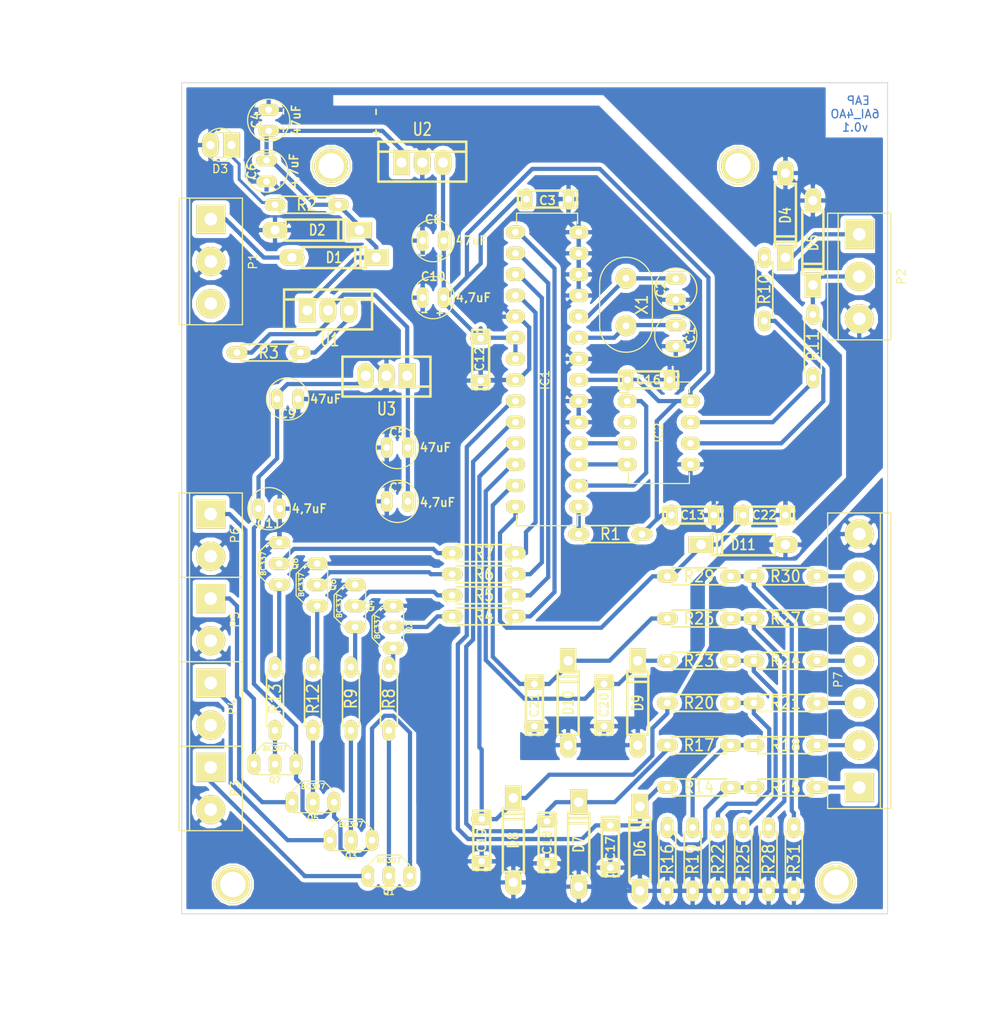
<source format=kicad_pcb>
(kicad_pcb (version 4) (host pcbnew 4.0.2-stable)
  (layers (0 Gorna jumper) (31 Dolna signal) (34 B.Paste user hide) (35 F.Paste user hide) (36 B.SilkS user hide) (37 F.SilkS user) (38 B.Mask user hide) (39 F.Mask user hide) (44 Edge.Cuts user))
  (net 0 "")
  (net 1 +5V)
  (net 2 A)
  (net 3 B)
  (net 4 DGND)
  (net 5 GND)
  (net 6 VCC)
  (net 7 "Net-(C1-Pad1)")
  (net 8 "Net-(C2-Pad1)")
  (net 9 "Net-(C5-Pad1)")
  (net 10 VAA)
  (net 11 "Net-(C17-Pad2)")
  (net 12 "Net-(C18-Pad1)")
  (net 13 "Net-(C19-Pad1)")
  (net 14 "Net-(C20-Pad1)")
  (net 15 "Net-(C21-Pad1)")
  (net 16 "Net-(C22-Pad1)")
  (net 17 "Net-(D1-Pad1)")
  (net 18 "Net-(D3-Pad1)")
  (net 19 "Net-(D4-Pad2)")
  (net 20 "Net-(D5-Pad2)")
  (net 21 "Net-(IC1-Pad2)")
  (net 22 "Net-(IC1-Pad3)")
  (net 23 "Net-(IC1-Pad4)")
  (net 24 "Net-(IC1-Pad1)")
  (net 25 "Net-(IC1-Pad15)")
  (net 26 "Net-(IC1-Pad16)")
  (net 27 "Net-(IC1-Pad17)")
  (net 28 "Net-(IC1-Pad18)")
  (net 29 AO0)
  (net 30 AO1)
  (net 31 AO2)
  (net 32 AO3)
  (net 33 "Net-(P7-Pad1)")
  (net 34 "Net-(P7-Pad2)")
  (net 35 "Net-(P7-Pad3)")
  (net 36 "Net-(Q1-PadB)")
  (net 37 "Net-(Q2-PadC)")
  (net 38 "Net-(Q2-PadB)")
  (net 39 "Net-(Q3-PadB)")
  (net 40 "Net-(Q4-PadC)")
  (net 41 "Net-(Q4-PadB)")
  (net 42 "Net-(Q5-PadB)")
  (net 43 "Net-(Q6-PadC)")
  (net 44 "Net-(Q6-PadB)")
  (net 45 "Net-(Q7-PadB)")
  (net 46 "Net-(Q8-PadC)")
  (net 47 "Net-(Q8-PadB)")
  (net 48 "Net-(R3-Pad1)")
  (net 49 "Net-(R14-Pad1)")
  (net 50 "Net-(R17-Pad1)")
  (net 51 "Net-(R20-Pad1)")
  (net 52 "Net-(R23-Pad1)")
  (net 53 "Net-(P7-Pad4)")
  (net 54 "Net-(R26-Pad1)")
  (net 55 "Net-(P7-Pad5)")
  (net 56 "Net-(R29-Pad1)")
  (net 57 "Net-(P7-Pad6)")
  (module Moja:C-2_5 (layer Gorna) (at 173.99 74.93 270)
    (fp_text reference C1 (at -0.066 -1.772 270) (layer F.SilkS) (effects (font (size 1.016 1.016) (thickness 0.2032))))
    (fp_text value "" hide)
    (pad 1 thru_hole oval (at -1.27 0 270) (size 1.397 2.5) (drill 0.8128) (layers *.Cu *.Mask F.SilkS) (net 7 "Net-(C1-Pad1)"))
    (pad 2 thru_hole oval (at 1.27 0 270) (size 1.397 2.5) (drill 0.8128) (layers *.Cu *.Mask F.SilkS) (net 4 DGND))
  )
  (module Housings_DIP:DIP-8_W7.62mm_LongPads (layer Gorna) (at 168.148 82.804)
    (fp_text reference IC2 (at 3.81 3.81 90) (layer F.SilkS))
    (fp_text value ADM485)
    (pad 1 thru_hole oval (at 0 0) (size 2.3 1.6) (drill 0.8) (layers *.Cu *.Mask F.SilkS) (net 21 "Net-(IC1-Pad2)"))
    (pad 2 thru_hole oval (at 0 2.54) (size 2.3 1.6) (drill 0.8) (layers *.Cu *.Mask F.SilkS) (net 23 "Net-(IC1-Pad4)"))
    (pad 3 thru_hole oval (at 0 5.08) (size 2.3 1.6) (drill 0.8) (layers *.Cu *.Mask F.SilkS) (net 23 "Net-(IC1-Pad4)"))
    (pad 4 thru_hole oval (at 0 7.62) (size 2.3 1.6) (drill 0.8) (layers *.Cu *.Mask F.SilkS) (net 22 "Net-(IC1-Pad3)"))
    (pad 5 thru_hole oval (at 7.62 7.62) (size 2.3 1.6) (drill 0.8) (layers *.Cu *.Mask F.SilkS) (net 4 DGND))
    (pad 6 thru_hole oval (at 7.62 5.08) (size 2.3 1.6) (drill 0.8) (layers *.Cu *.Mask F.SilkS) (net 2 A))
    (pad 7 thru_hole oval (at 7.62 2.54) (size 2.3 1.6) (drill 0.8) (layers *.Cu *.Mask F.SilkS) (net 3 B))
    (pad 8 thru_hole oval (at 7.62 0) (size 2.3 1.6) (drill 0.8) (layers *.Cu *.Mask F.SilkS) (net 1 +5V))
  )
  (module Housings_DIP:DIP-28_W7.62mm_LongPads (layer Gorna) (at 162.306 95.504 180)
    (fp_text reference IC1 (at 4.064 15.24 270) (layer F.SilkS))
    (fp_text value ATMEGA8-P)
    (pad 1 thru_hole oval (at 0 0 180) (size 2.3 1.6) (drill 0.8) (layers *.Cu *.Mask F.SilkS) (net 24 "Net-(IC1-Pad1)"))
    (pad 2 thru_hole oval (at 0 2.54 180) (size 2.3 1.6) (drill 0.8) (layers *.Cu *.Mask F.SilkS) (net 21 "Net-(IC1-Pad2)"))
    (pad 3 thru_hole oval (at 0 5.08 180) (size 2.3 1.6) (drill 0.8) (layers *.Cu *.Mask F.SilkS) (net 22 "Net-(IC1-Pad3)"))
    (pad 4 thru_hole oval (at 0 7.62 180) (size 2.3 1.6) (drill 0.8) (layers *.Cu *.Mask F.SilkS) (net 23 "Net-(IC1-Pad4)"))
    (pad 5 thru_hole oval (at 0 10.16 180) (size 2.3 1.6) (drill 0.8) (layers *.Cu *.Mask F.SilkS) (net 4 DGND))
    (pad 6 thru_hole oval (at 0 12.7 180) (size 2.3 1.6) (drill 0.8) (layers *.Cu *.Mask F.SilkS) (net 4 DGND))
    (pad 7 thru_hole oval (at 0 15.24 180) (size 2.3 1.6) (drill 0.8) (layers *.Cu *.Mask F.SilkS) (net 1 +5V))
    (pad 8 thru_hole oval (at 0 17.78 180) (size 2.3 1.6) (drill 0.8) (layers *.Cu *.Mask F.SilkS) (net 4 DGND))
    (pad 9 thru_hole oval (at 0 20.32 180) (size 2.3 1.6) (drill 0.8) (layers *.Cu *.Mask F.SilkS) (net 7 "Net-(C1-Pad1)"))
    (pad 10 thru_hole oval (at 0 22.86 180) (size 2.3 1.6) (drill 0.8) (layers *.Cu *.Mask F.SilkS) (net 8 "Net-(C2-Pad1)"))
    (pad 11 thru_hole oval (at 0 25.4 180) (size 2.3 1.6) (drill 0.8) (layers *.Cu *.Mask F.SilkS) (net 4 DGND))
    (pad 12 thru_hole oval (at 0 27.94 180) (size 2.3 1.6) (drill 0.8) (layers *.Cu *.Mask F.SilkS) (net 4 DGND))
    (pad 13 thru_hole oval (at 0 30.48 180) (size 2.3 1.6) (drill 0.8) (layers *.Cu *.Mask F.SilkS) (net 4 DGND))
    (pad 14 thru_hole oval (at 0 33.02 180) (size 2.3 1.6) (drill 0.8) (layers *.Cu *.Mask F.SilkS) (net 4 DGND))
    (pad 15 thru_hole oval (at 7.62 33.02 180) (size 2.3 1.6) (drill 0.8) (layers *.Cu *.Mask F.SilkS) (net 25 "Net-(IC1-Pad15)"))
    (pad 16 thru_hole oval (at 7.62 30.48 180) (size 2.3 1.6) (drill 0.8) (layers *.Cu *.Mask F.SilkS) (net 26 "Net-(IC1-Pad16)"))
    (pad 17 thru_hole oval (at 7.62 27.94 180) (size 2.3 1.6) (drill 0.8) (layers *.Cu *.Mask F.SilkS) (net 27 "Net-(IC1-Pad17)"))
    (pad 18 thru_hole oval (at 7.62 25.4 180) (size 2.3 1.6) (drill 0.8) (layers *.Cu *.Mask F.SilkS) (net 28 "Net-(IC1-Pad18)"))
    (pad 19 thru_hole oval (at 7.62 22.86 180) (size 2.3 1.6) (drill 0.8) (layers *.Cu *.Mask F.SilkS) (net 4 DGND))
    (pad 20 thru_hole oval (at 7.62 20.32 180) (size 2.3 1.6) (drill 0.8) (layers *.Cu *.Mask F.SilkS) (net 1 +5V))
    (pad 21 thru_hole oval (at 7.62 17.78 180) (size 2.3 1.6) (drill 0.8) (layers *.Cu *.Mask F.SilkS) (net 1 +5V))
    (pad 22 thru_hole oval (at 7.62 15.24 180) (size 2.3 1.6) (drill 0.8) (layers *.Cu *.Mask F.SilkS) (net 4 DGND))
    (pad 23 thru_hole oval (at 7.62 12.7 180) (size 2.3 1.6) (drill 0.8) (layers *.Cu *.Mask F.SilkS) (net 11 "Net-(C17-Pad2)"))
    (pad 24 thru_hole oval (at 7.62 10.16 180) (size 2.3 1.6) (drill 0.8) (layers *.Cu *.Mask F.SilkS) (net 12 "Net-(C18-Pad1)"))
    (pad 25 thru_hole oval (at 7.62 7.62 180) (size 2.3 1.6) (drill 0.8) (layers *.Cu *.Mask F.SilkS) (net 13 "Net-(C19-Pad1)"))
    (pad 26 thru_hole oval (at 7.62 5.08 180) (size 2.3 1.6) (drill 0.8) (layers *.Cu *.Mask F.SilkS) (net 14 "Net-(C20-Pad1)"))
    (pad 27 thru_hole oval (at 7.62 2.54 180) (size 2.3 1.6) (drill 0.8) (layers *.Cu *.Mask F.SilkS) (net 15 "Net-(C21-Pad1)"))
    (pad 28 thru_hole oval (at 7.62 0 180) (size 2.3 1.6) (drill 0.8) (layers *.Cu *.Mask F.SilkS) (net 16 "Net-(C22-Pad1)"))
  )
  (module Moja:Osc_Moj (layer Gorna) (at 168 71.21 90)
    (fp_text reference X1 (at 0 1.905 90) (layer F.SilkS) (effects (font (size 1.397 1.27) (thickness 0.2032))))
    (fp_text value "" (at 0 -1.905 90) (layer F.SilkS) (effects (font (size 1.397 1.27) (thickness 0.2032))))
    (pad 1 thru_hole circle (at -2.54 0 90) (size 2.5 2.5) (drill 0.8128) (layers *.Cu *.Mask F.SilkS) (net 7 "Net-(C1-Pad1)"))
    (pad 2 thru_hole circle (at 3.175 0 90) (size 2.5 2.5) (drill 0.8128) (layers *.Cu *.Mask F.SilkS) (net 8 "Net-(C2-Pad1)"))
  )
  (module Moja:C-2_5 (layer Gorna) (at 125.02 95.75)
    (fp_text reference C11 (at 0 1.778) (layer F.SilkS) (effects (font (size 1.016 1.016) (thickness 0.2032))))
    (fp_text value 4,7uF (at 4.826 0) (layer F.SilkS) (effects (font (size 1.016 1.016) (thickness 0.2032))))
    (pad 1 thru_hole oval (at -1.27 0) (size 1.397 2.5) (drill 0.8128) (layers *.Cu *.Mask F.SilkS) (net 10 VAA))
    (pad 2 thru_hole oval (at 1.27 0) (size 1.397 2.5) (drill 0.8128) (layers *.Cu *.Mask F.SilkS) (net 4 DGND))
  )
  (module Moja:C-2_5 (layer Gorna) (at 127.254 82.55)
    (fp_text reference C9 (at 0 1.778) (layer F.SilkS) (effects (font (size 1.016 1.016) (thickness 0.2032))))
    (fp_text value 47uF (at 4.572 0) (layer F.SilkS) (effects (font (size 1.016 1.016) (thickness 0.2032))))
    (pad 1 thru_hole oval (at -1.27 0) (size 1.397 2.5) (drill 0.8128) (layers *.Cu *.Mask F.SilkS) (net 10 VAA))
    (pad 2 thru_hole oval (at 1.27 0) (size 1.397 2.5) (drill 0.8128) (layers *.Cu *.Mask F.SilkS) (net 4 DGND))
  )
  (module Moja:C-2_5 (layer Gorna) (at 140.462 94.869 180)
    (fp_text reference C7 (at 0 1.651 180) (layer F.SilkS) (effects (font (size 1.016 1.016) (thickness 0.2032))))
    (fp_text value 4,7uF (at -4.826 -0.127 180) (layer F.SilkS) (effects (font (size 1.016 1.016) (thickness 0.2032))))
    (pad 1 thru_hole oval (at -1.27 0 180) (size 1.397 2.5) (drill 0.8128) (layers *.Cu *.Mask F.SilkS) (net 9 "Net-(C5-Pad1)"))
    (pad 2 thru_hole oval (at 1.27 0 180) (size 1.397 2.5) (drill 0.8128) (layers *.Cu *.Mask F.SilkS) (net 4 DGND))
  )
  (module Moja:C-5 (layer Gorna) (at 166.116 136.398 90)
    (fp_text reference C17 (at -0.254 0 90) (layer F.SilkS) (effects (font (size 1.016 1.016) (thickness 0.2032))))
    (fp_text value "" hide)
    (pad 1 thru_hole oval (at -2.54 0 90) (size 1.397 2.5) (drill 0.8128) (layers *.Cu *.Mask F.SilkS) (net 4 DGND))
    (pad 2 thru_hole oval (at 2.54 0 90) (size 1.397 2.5) (drill 0.8128) (layers *.Cu *.Mask F.SilkS) (net 11 "Net-(C17-Pad2)"))
  )
  (module Moja:TO92_Moj (layer Gorna) (at 130.302 131.064 180)
    (fp_text reference Q5 (at 0 -1.905 180) (layer F.SilkS) (effects (font (size 0.7 0.7))))
    (fp_text value BC307 (at 0 1.905 180) (layer F.SilkS) (effects (font (size 0.6 0.6))))
    (pad C thru_hole oval (at 2.54 0 180) (size 1.5 2.5) (drill 0.8) (layers *.Cu *.Mask F.SilkS) (net 31 AO2))
    (pad B thru_hole oval (at 0 0 180) (size 1.5 2.5) (drill 0.8) (layers *.Cu *.Mask F.SilkS) (net 42 "Net-(Q5-PadB)"))
    (pad E thru_hole oval (at -2.54 0 180) (size 1.5 2.5) (drill 0.8) (layers *.Cu *.Mask F.SilkS) (net 10 VAA))
  )
  (module Moja:TO92_Moj (layer Gorna) (at 139.446 139.954 180)
    (fp_text reference Q1 (at 0 -1.905 180) (layer F.SilkS) (effects (font (size 0.7 0.7))))
    (fp_text value BC307 (at 0 1.905 180) (layer F.SilkS) (effects (font (size 0.6 0.6))))
    (pad C thru_hole oval (at 2.54 0 180) (size 1.5 2.5) (drill 0.8) (layers *.Cu *.Mask F.SilkS) (net 29 AO0))
    (pad B thru_hole oval (at 0 0 180) (size 1.5 2.5) (drill 0.8) (layers *.Cu *.Mask F.SilkS) (net 36 "Net-(Q1-PadB)"))
    (pad E thru_hole oval (at -2.54 0 180) (size 1.5 2.5) (drill 0.8) (layers *.Cu *.Mask F.SilkS) (net 10 VAA))
  )
  (module Moja:TO92_Moj (layer Gorna) (at 134.874 135.636 180)
    (fp_text reference Q3 (at 0 -1.905 180) (layer F.SilkS) (effects (font (size 0.7 0.7))))
    (fp_text value BC307 (at 0 1.905 180) (layer F.SilkS) (effects (font (size 0.6 0.6))))
    (pad C thru_hole oval (at 2.54 0 180) (size 1.5 2.5) (drill 0.8) (layers *.Cu *.Mask F.SilkS) (net 30 AO1))
    (pad B thru_hole oval (at 0 0 180) (size 1.5 2.5) (drill 0.8) (layers *.Cu *.Mask F.SilkS) (net 39 "Net-(Q3-PadB)"))
    (pad E thru_hole oval (at -2.54 0 180) (size 1.5 2.5) (drill 0.8) (layers *.Cu *.Mask F.SilkS) (net 10 VAA))
  )
  (module Moja:TO92_Moj (layer Gorna) (at 130.81 104.902 270)
    (fp_text reference Q6 (at 0 -1.905 270) (layer F.SilkS) (effects (font (size 0.7 0.7))))
    (fp_text value BC337 (at 0 1.905 270) (layer F.SilkS) (effects (font (size 0.6 0.6))))
    (pad C thru_hole oval (at 2.54 0 270) (size 1.5 2.5) (drill 0.8) (layers *.Cu *.Mask F.SilkS) (net 43 "Net-(Q6-PadC)"))
    (pad B thru_hole oval (at 0 0 270) (size 1.5 2.5) (drill 0.8) (layers *.Cu *.Mask F.SilkS) (net 44 "Net-(Q6-PadB)"))
    (pad E thru_hole oval (at -2.54 0 270) (size 1.5 2.5) (drill 0.8) (layers *.Cu *.Mask F.SilkS) (net 4 DGND))
  )
  (module Moja:TO92_Moj (layer Gorna) (at 135.382 107.442 270)
    (fp_text reference Q4 (at 0 -1.905 270) (layer F.SilkS) (effects (font (size 0.7 0.7))))
    (fp_text value BC337 (at 0 1.905 270) (layer F.SilkS) (effects (font (size 0.6 0.6))))
    (pad C thru_hole oval (at 2.54 0 270) (size 1.5 2.5) (drill 0.8) (layers *.Cu *.Mask F.SilkS) (net 40 "Net-(Q4-PadC)"))
    (pad B thru_hole oval (at 0 0 270) (size 1.5 2.5) (drill 0.8) (layers *.Cu *.Mask F.SilkS) (net 41 "Net-(Q4-PadB)"))
    (pad E thru_hole oval (at -2.54 0 270) (size 1.5 2.5) (drill 0.8) (layers *.Cu *.Mask F.SilkS) (net 4 DGND))
  )
  (module Moja:TO92_Moj (layer Gorna) (at 139.954 109.982 270)
    (fp_text reference Q2 (at 0 -1.905 270) (layer F.SilkS) (effects (font (size 0.7 0.7))))
    (fp_text value BC337 (at 0 1.905 270) (layer F.SilkS) (effects (font (size 0.6 0.6))))
    (pad C thru_hole oval (at 2.54 0 270) (size 1.5 2.5) (drill 0.8) (layers *.Cu *.Mask F.SilkS) (net 37 "Net-(Q2-PadC)"))
    (pad B thru_hole oval (at 0 0 270) (size 1.5 2.5) (drill 0.8) (layers *.Cu *.Mask F.SilkS) (net 38 "Net-(Q2-PadB)"))
    (pad E thru_hole oval (at -2.54 0 270) (size 1.5 2.5) (drill 0.8) (layers *.Cu *.Mask F.SilkS) (net 4 DGND))
  )
  (module Moja:TO92_Moj (layer Gorna) (at 125.73 126.492 180)
    (fp_text reference Q7 (at 0 -1.905 180) (layer F.SilkS) (effects (font (size 0.7 0.7))))
    (fp_text value BC307 (at 0 1.905 180) (layer F.SilkS) (effects (font (size 0.6 0.6))))
    (pad C thru_hole oval (at 2.54 0 180) (size 1.5 2.5) (drill 0.8) (layers *.Cu *.Mask F.SilkS) (net 32 AO3))
    (pad B thru_hole oval (at 0 0 180) (size 1.5 2.5) (drill 0.8) (layers *.Cu *.Mask F.SilkS) (net 45 "Net-(Q7-PadB)"))
    (pad E thru_hole oval (at -2.54 0 180) (size 1.5 2.5) (drill 0.8) (layers *.Cu *.Mask F.SilkS) (net 10 VAA))
  )
  (module Moja:TO92_Moj (layer Gorna) (at 126.238 102.362 270)
    (fp_text reference Q8 (at 0 -1.905 270) (layer F.SilkS) (effects (font (size 0.7 0.7))))
    (fp_text value BC337 (at 0 1.905 270) (layer F.SilkS) (effects (font (size 0.6 0.6))))
    (pad C thru_hole oval (at 2.54 0 270) (size 1.5 2.5) (drill 0.8) (layers *.Cu *.Mask F.SilkS) (net 46 "Net-(Q8-PadC)"))
    (pad B thru_hole oval (at 0 0 270) (size 1.5 2.5) (drill 0.8) (layers *.Cu *.Mask F.SilkS) (net 47 "Net-(Q8-PadB)"))
    (pad E thru_hole oval (at -2.54 0 270) (size 1.5 2.5) (drill 0.8) (layers *.Cu *.Mask F.SilkS) (net 4 DGND))
  )
  (module Moja:C-5 (layer Gorna) (at 158.496 135.89 270)
    (fp_text reference C18 (at 0 0 270) (layer F.SilkS) (effects (font (size 1.016 1.016) (thickness 0.2032))))
    (fp_text value "" hide)
    (pad 1 thru_hole oval (at -2.54 0 270) (size 1.397 2.5) (drill 0.8128) (layers *.Cu *.Mask F.SilkS) (net 12 "Net-(C18-Pad1)"))
    (pad 2 thru_hole oval (at 2.54 0 270) (size 1.397 2.5) (drill 0.8128) (layers *.Cu *.Mask F.SilkS) (net 4 DGND))
  )
  (module Moja:C-5 (layer Gorna) (at 150.622 135.636 270)
    (fp_text reference C19 (at 0 0 270) (layer F.SilkS) (effects (font (size 1.016 1.016) (thickness 0.2032))))
    (fp_text value "" hide)
    (pad 1 thru_hole oval (at -2.54 0 270) (size 1.397 2.5) (drill 0.8128) (layers *.Cu *.Mask F.SilkS) (net 13 "Net-(C19-Pad1)"))
    (pad 2 thru_hole oval (at 2.54 0 270) (size 1.397 2.5) (drill 0.8128) (layers *.Cu *.Mask F.SilkS) (net 4 DGND))
  )
  (module Moja:C-5 (layer Gorna) (at 165.354 119.38 270)
    (fp_text reference C20 (at 0 0 270) (layer F.SilkS) (effects (font (size 1.016 1.016) (thickness 0.2032))))
    (fp_text value "" hide)
    (pad 1 thru_hole oval (at -2.54 0 270) (size 1.397 2.5) (drill 0.8128) (layers *.Cu *.Mask F.SilkS) (net 14 "Net-(C20-Pad1)"))
    (pad 2 thru_hole oval (at 2.54 0 270) (size 1.397 2.5) (drill 0.8128) (layers *.Cu *.Mask F.SilkS) (net 4 DGND))
  )
  (module Moja:C-5 (layer Gorna) (at 156.972 119.38 270)
    (fp_text reference C21 (at 0 0 270) (layer F.SilkS) (effects (font (size 1.016 1.016) (thickness 0.2032))))
    (fp_text value "" hide)
    (pad 1 thru_hole oval (at -2.54 0 270) (size 1.397 2.5) (drill 0.8128) (layers *.Cu *.Mask F.SilkS) (net 15 "Net-(C21-Pad1)"))
    (pad 2 thru_hole oval (at 2.54 0 270) (size 1.397 2.5) (drill 0.8128) (layers *.Cu *.Mask F.SilkS) (net 4 DGND))
  )
  (module Moja:C-5 (layer Gorna) (at 184.658 96.52)
    (fp_text reference C22 (at 0 0) (layer F.SilkS) (effects (font (size 1.016 1.016) (thickness 0.2032))))
    (fp_text value "" hide)
    (pad 1 thru_hole oval (at -2.54 0) (size 1.397 2.5) (drill 0.8128) (layers *.Cu *.Mask F.SilkS) (net 16 "Net-(C22-Pad1)"))
    (pad 2 thru_hole oval (at 2.54 0) (size 1.397 2.5) (drill 0.8128) (layers *.Cu *.Mask F.SilkS) (net 4 DGND))
  )
  (module Moja:7805 (layer Gorna) (at 139.1539 79.756 180)
    (fp_text reference U3 (at 0 -3.99542 180) (layer F.SilkS) (effects (font (size 1.524 1.143) (thickness 0.2032))))
    (fp_text value "" (at 0 3.302 180) (layer F.SilkS) (effects (font (size 1.524 1.143) (thickness 0.2032))))
    (pad VI thru_hole rect (at -2.49682 0 180) (size 2.00152 3) (drill 1.20142) (layers *.Cu *.Mask F.SilkS) (net 9 "Net-(C5-Pad1)"))
    (pad GND thru_hole oval (at 0 0 180) (size 2.00152 3) (drill 1.20142) (layers *.Cu *.Mask F.SilkS) (net 4 DGND))
    (pad VO thru_hole oval (at 2.5019 0 180) (size 2.00152 3) (drill 1.20142) (layers *.Cu *.Mask F.SilkS) (net 10 VAA))
  )
  (module Moja:C-2_5 (layer Gorna) (at 173.99 69.342 270)
    (fp_text reference C2 (at 0 1.772 270) (layer F.SilkS) (effects (font (size 1.016 1.016) (thickness 0.2032))))
    (fp_text value "" hide)
    (pad 1 thru_hole oval (at -1.27 0 270) (size 1.397 2.5) (drill 0.8128) (layers *.Cu *.Mask F.SilkS) (net 8 "Net-(C2-Pad1)"))
    (pad 2 thru_hole oval (at 1.27 0 270) (size 1.397 2.5) (drill 0.8128) (layers *.Cu *.Mask F.SilkS) (net 4 DGND))
  )
  (module Moja:C-5 (layer Gorna) (at 158.54 58.5)
    (fp_text reference C3 (at 0 0.174) (layer F.SilkS) (effects (font (size 1.016 1.016) (thickness 0.2032))))
    (fp_text value "" hide)
    (pad 1 thru_hole oval (at -2.54 0) (size 1.397 2.5) (drill 0.8128) (layers *.Cu *.Mask F.SilkS) (net 1 +5V))
    (pad 2 thru_hole oval (at 2.54 0) (size 1.397 2.5) (drill 0.8128) (layers *.Cu *.Mask F.SilkS) (net 4 DGND))
  )
  (module Moja:C-2_5 (layer Gorna) (at 124.968 49.022 90)
    (fp_text reference C4 (at 0 -1.524 90) (layer F.SilkS) (effects (font (size 1.016 1.016) (thickness 0.2032))))
    (fp_text value 47uF (at 0 3.302 90) (layer F.SilkS) (effects (font (size 1.016 1.016) (thickness 0.2032))))
    (pad 1 thru_hole oval (at -1.27 0 90) (size 1.397 2.5) (drill 0.8128) (layers *.Cu *.Mask F.SilkS) (net 6 VCC))
    (pad 2 thru_hole oval (at 1.27 0 90) (size 1.397 2.5) (drill 0.8128) (layers *.Cu *.Mask F.SilkS) (net 4 DGND))
  )
  (module Moja:C-2_5 (layer Gorna) (at 140.462 88.392 180)
    (fp_text reference C5 (at 0 1.778 180) (layer F.SilkS) (effects (font (size 1.016 1.016) (thickness 0.2032))))
    (fp_text value 47uF (at -4.572 0 180) (layer F.SilkS) (effects (font (size 1.016 1.016) (thickness 0.2032))))
    (pad 1 thru_hole oval (at -1.27 0 180) (size 1.397 2.5) (drill 0.8128) (layers *.Cu *.Mask F.SilkS) (net 9 "Net-(C5-Pad1)"))
    (pad 2 thru_hole oval (at 1.27 0 180) (size 1.397 2.5) (drill 0.8128) (layers *.Cu *.Mask F.SilkS) (net 4 DGND))
  )
  (module Moja:C-2_5 (layer Gorna) (at 124.714 55.118 270)
    (fp_text reference C6 (at 0 1.778 270) (layer F.SilkS) (effects (font (size 1.016 1.016) (thickness 0.2032))))
    (fp_text value 4,7uF (at 0 -3.302 270) (layer F.SilkS) (effects (font (size 1.016 1.016) (thickness 0.2032))))
    (pad 1 thru_hole oval (at -1.27 0 270) (size 1.397 2.5) (drill 0.8128) (layers *.Cu *.Mask F.SilkS) (net 6 VCC))
    (pad 2 thru_hole oval (at 1.27 0 270) (size 1.397 2.5) (drill 0.8128) (layers *.Cu *.Mask F.SilkS) (net 4 DGND))
  )
  (module Moja:C-2_5 (layer Gorna) (at 144.78 63.5 180)
    (fp_text reference C8 (at 0 2.54 180) (layer F.SilkS) (effects (font (size 1.016 1.016) (thickness 0.2032))))
    (fp_text value 47uF (at -4.572 0 180) (layer F.SilkS) (effects (font (size 1.016 1.016) (thickness 0.2032))))
    (pad 1 thru_hole oval (at -1.27 0 180) (size 1.397 2.5) (drill 0.8128) (layers *.Cu *.Mask F.SilkS) (net 1 +5V))
    (pad 2 thru_hole oval (at 1.27 0 180) (size 1.397 2.5) (drill 0.8128) (layers *.Cu *.Mask F.SilkS) (net 4 DGND))
  )
  (module Moja:C-2_5 (layer Gorna) (at 144.78 70.358 180)
    (fp_text reference C10 (at 0 2.54 180) (layer F.SilkS) (effects (font (size 1.016 1.016) (thickness 0.2032))))
    (fp_text value 4,7uF (at -4.826 0 180) (layer F.SilkS) (effects (font (size 1.016 1.016) (thickness 0.2032))))
    (pad 1 thru_hole oval (at -1.27 0 180) (size 1.397 2.5) (drill 0.8128) (layers *.Cu *.Mask F.SilkS) (net 1 +5V))
    (pad 2 thru_hole oval (at 1.27 0 180) (size 1.397 2.5) (drill 0.8128) (layers *.Cu *.Mask F.SilkS) (net 4 DGND))
  )
  (module Moja:C-5 (layer Gorna) (at 150.5 77.79 270)
    (fp_text reference C12 (at -0.066 0.132 270) (layer F.SilkS) (effects (font (size 1.016 1.016) (thickness 0.2032))))
    (fp_text value "" hide)
    (pad 1 thru_hole oval (at -2.54 0 270) (size 1.397 2.5) (drill 0.8128) (layers *.Cu *.Mask F.SilkS) (net 1 +5V))
    (pad 2 thru_hole oval (at 2.54 0 270) (size 1.397 2.5) (drill 0.8128) (layers *.Cu *.Mask F.SilkS) (net 4 DGND))
  )
  (module Moja:C-5 (layer Gorna) (at 176.022 96.52)
    (fp_text reference C13 (at 0 0) (layer F.SilkS) (effects (font (size 1.016 1.016) (thickness 0.2032))))
    (fp_text value "" hide)
    (pad 1 thru_hole oval (at -2.54 0) (size 1.397 2.5) (drill 0.8128) (layers *.Cu *.Mask F.SilkS) (net 1 +5V))
    (pad 2 thru_hole oval (at 2.54 0) (size 1.397 2.5) (drill 0.8128) (layers *.Cu *.Mask F.SilkS) (net 4 DGND))
  )
  (module Moja:C-5 (layer Gorna) (at 170.71 80.25)
    (fp_text reference C16 (at 0 0.014) (layer F.SilkS) (effects (font (size 1.016 1.016) (thickness 0.2032))))
    (fp_text value "" hide)
    (pad 1 thru_hole oval (at -2.54 0) (size 1.397 2.5) (drill 0.8128) (layers *.Cu *.Mask F.SilkS) (net 1 +5V))
    (pad 2 thru_hole oval (at 2.54 0) (size 1.397 2.5) (drill 0.8128) (layers *.Cu *.Mask F.SilkS) (net 4 DGND))
  )
  (module LEDs:LED-3MM (layer Gorna) (at 120.5 52 180)
    (fp_text reference D3 (at 1.374 -2.864 180) (layer F.SilkS))
    (fp_text value LED)
    (fp_text user "" (at -0.404 2.216 180) (layer F.SilkS))
    (pad 1 thru_hole rect (at 0 0 270) (size 3 2) (drill 1.00076) (layers *.Cu *.Mask F.SilkS) (net 18 "Net-(D3-Pad1)"))
    (pad 2 thru_hole oval (at 2.54 0 180) (size 2 3) (drill 1.00076) (layers *.Cu *.Mask F.SilkS) (net 4 DGND))
  )
  (module Connect:bornier3 (layer Gorna) (at 118 66 270)
    (fp_text reference P1 (at 0 -5.08 270) (layer F.SilkS))
    (fp_text value "3 PIN")
    (pad 1 thru_hole rect (at -5.08 0 270) (size 3.5 3.5) (drill 1.524) (layers *.Cu *.Mask F.SilkS) (net 17 "Net-(D1-Pad1)"))
    (pad 2 thru_hole circle (at 0 0 270) (size 3.5 3.5) (drill 1.524) (layers *.Cu *.Mask F.SilkS) (net 4 DGND))
    (pad 3 thru_hole circle (at 5.08 0 270) (size 3.5 3.5) (drill 1.524) (layers *.Cu *.Mask F.SilkS) (net 5 GND))
  )
  (module Connect:bornier3 (layer Gorna) (at 196.088 67.818 270)
    (fp_text reference P2 (at 0 -5.08 270) (layer F.SilkS))
    (fp_text value "3 PIN")
    (pad 1 thru_hole rect (at -5.08 0 270) (size 3.5 3.5) (drill 1.524) (layers *.Cu *.Mask F.SilkS) (net 19 "Net-(D4-Pad2)"))
    (pad 2 thru_hole circle (at 0 0 270) (size 3.5 3.5) (drill 1.524) (layers *.Cu *.Mask F.SilkS) (net 20 "Net-(D5-Pad2)"))
    (pad 3 thru_hole circle (at 5.08 0 270) (size 3.5 3.5) (drill 1.524) (layers *.Cu *.Mask F.SilkS) (net 4 DGND))
  )
  (module Connect:bornier2 (layer Gorna) (at 117.983 129.413 270)
    (fp_text reference P3 (at 0 -2.921 270) (layer F.SilkS))
    (fp_text value CONN_2)
    (pad 1 thru_hole rect (at -2.54 0 270) (size 3.5 3.5) (drill 1.524) (layers *.Cu *.Mask F.SilkS) (net 29 AO0))
    (pad 2 thru_hole circle (at 2.54 0 270) (size 3.5 3.5) (drill 1.524) (layers *.Cu *.Mask F.SilkS) (net 4 DGND))
  )
  (module Connect:bornier2 (layer Gorna) (at 117.983 119.253 270)
    (fp_text reference P4 (at 0.381 -2.667 270) (layer F.SilkS))
    (fp_text value CONN_2)
    (pad 1 thru_hole rect (at -2.54 0 270) (size 3.5 3.5) (drill 1.524) (layers *.Cu *.Mask F.SilkS) (net 30 AO1))
    (pad 2 thru_hole circle (at 2.54 0 270) (size 3.5 3.5) (drill 1.524) (layers *.Cu *.Mask F.SilkS) (net 4 DGND))
  )
  (module Connect:bornier2 (layer Gorna) (at 117.983 109.093 270)
    (fp_text reference P5 (at 0 -2.921 270) (layer F.SilkS))
    (fp_text value CONN_2)
    (pad 1 thru_hole rect (at -2.54 0 270) (size 3.5 3.5) (drill 1.524) (layers *.Cu *.Mask F.SilkS) (net 31 AO2))
    (pad 2 thru_hole circle (at 2.54 0 270) (size 3.5 3.5) (drill 1.524) (layers *.Cu *.Mask F.SilkS) (net 4 DGND))
  )
  (module Connect:bornier2 (layer Gorna) (at 117.983 98.933 270)
    (fp_text reference P6 (at 0 -2.921 270) (layer F.SilkS))
    (fp_text value CONN_2)
    (pad 1 thru_hole rect (at -2.54 0 270) (size 3.5 3.5) (drill 1.524) (layers *.Cu *.Mask F.SilkS) (net 32 AO3))
    (pad 2 thru_hole circle (at 2.54 0 270) (size 3.5 3.5) (drill 1.524) (layers *.Cu *.Mask F.SilkS) (net 4 DGND))
  )
  (module Moja:7805 (layer Gorna) (at 132.1181 71.882)
    (fp_text reference U1 (at 0.2159 3.556) (layer F.SilkS) (effects (font (size 1.524 1.143) (thickness 0.2032))))
    (fp_text value "" (at 0.4699 -3.556) (layer F.SilkS) (effects (font (size 1.524 1.143) (thickness 0.2032))))
    (pad VI thru_hole rect (at -2.49682 0) (size 2.00152 3) (drill 1.20142) (layers *.Cu *.Mask F.SilkS) (net 6 VCC))
    (pad GND thru_hole oval (at 0 0) (size 2.00152 3) (drill 1.20142) (layers *.Cu *.Mask F.SilkS) (net 9 "Net-(C5-Pad1)"))
    (pad VO thru_hole oval (at 2.5019 0) (size 2.00152 3) (drill 1.20142) (layers *.Cu *.Mask F.SilkS) (net 48 "Net-(R3-Pad1)"))
  )
  (module Moja:7805 (layer Gorna) (at 143.46682 54.102)
    (fp_text reference U2 (at 0 -3.99542) (layer F.SilkS) (effects (font (size 1.524 1.143) (thickness 0.2032))))
    (fp_text value "" (at 0 4.0005) (layer F.SilkS) (effects (font (size 1.524 1.143) (thickness 0.2032))))
    (pad VI thru_hole rect (at -2.49682 0) (size 2.00152 3) (drill 1.20142) (layers *.Cu *.Mask F.SilkS) (net 6 VCC))
    (pad GND thru_hole oval (at 0 0) (size 2.00152 3) (drill 1.20142) (layers *.Cu *.Mask F.SilkS) (net 4 DGND))
    (pad VO thru_hole oval (at 2.5019 0) (size 2.00152 3) (drill 1.20142) (layers *.Cu *.Mask F.SilkS) (net 1 +5V))
  )
  (module Connect:1pin (layer Gorna) (at 181.5 54.5)
    (fp_text reference REF** hide)
    (fp_text value 1pin)
    (pad 1 thru_hole circle (at 0 0) (size 4.064 4.064) (drill 3.048) (layers *.Cu *.Mask F.SilkS))
  )
  (module Connect:1pin (layer Gorna) (at 132.5 54.5)
    (fp_text reference REF** hide)
    (fp_text value 1pin)
    (pad 1 thru_hole circle (at 0 0) (size 4.064 4.064) (drill 3.048) (layers *.Cu *.Mask F.SilkS))
  )
  (module Connect:1pin (layer Gorna) (at 120.65 140.97)
    (fp_text reference REF** hide)
    (fp_text value 1pin)
    (pad 1 thru_hole circle (at 0 0) (size 4.064 4.064) (drill 3.048) (layers *.Cu *.Mask F.SilkS))
  )
  (module Connect:1pin (layer Gorna) (at 193.294 140.716)
    (fp_text reference REF** hide)
    (fp_text value 1pin)
    (pad 1 thru_hole circle (at 0 0) (size 4.064 4.064) (drill 3.048) (layers *.Cu *.Mask F.SilkS))
  )
  (module Moja_new:bornier7 (layer Gorna) (at 196.088 116.586 90)
    (fp_text reference P7 (at 0.254 -2.54 90) (layer F.SilkS))
    (fp_text value CONN_7)
    (pad 2 thru_hole circle (at -7.62 0 90) (size 3.5 3.5) (drill 1.524) (layers *.Cu *.Mask F.SilkS) (net 34 "Net-(P7-Pad2)"))
    (pad 3 thru_hole circle (at -2.54 0 90) (size 3.5 3.5) (drill 1.524) (layers *.Cu *.Mask F.SilkS) (net 35 "Net-(P7-Pad3)"))
    (pad 1 thru_hole rect (at -12.7 0 90) (size 3.5 3.5) (drill 1.524) (layers *.Cu *.Mask F.SilkS) (net 33 "Net-(P7-Pad1)"))
    (pad 4 thru_hole circle (at 2.54 0 90) (size 3.5 3.5) (drill 1.524) (layers *.Cu *.Mask F.SilkS) (net 53 "Net-(P7-Pad4)"))
    (pad 5 thru_hole circle (at 7.62 0 90) (size 3.5 3.5) (drill 1.524) (layers *.Cu *.Mask F.SilkS) (net 55 "Net-(P7-Pad5)"))
    (pad 6 thru_hole circle (at 12.7 0 90) (size 3.5 3.5) (drill 1.524) (layers *.Cu *.Mask F.SilkS) (net 57 "Net-(P7-Pad6)"))
    (pad 7 thru_hole circle (at 17.78 0 90) (size 3.5 3.5) (drill 1.524) (layers *.Cu *.Mask F.SilkS) (net 4 DGND))
  )
  (module Moja_new:R-7_62 (layer Gorna) (at 166.116 98.806 180)
    (fp_text reference R1 (at 0 0 180) (layer F.SilkS) (effects (font (size 1.397 1.27) (thickness 0.2032))))
    (fp_text value "" (at 0 -1.905 180) (layer F.SilkS) (effects (font (size 1.397 1.27) (thickness 0.2032))))
    (pad 1 thru_hole oval (at -3.81 0 180) (size 2.5 1.5) (drill 0.8128) (layers *.Cu *.Mask F.SilkS) (net 1 +5V))
    (pad 2 thru_hole oval (at 3.81 0 180) (size 2.5 1.5) (drill 0.8128) (layers *.Cu *.Mask F.SilkS) (net 24 "Net-(IC1-Pad1)"))
  )
  (module Moja_new:R-7_62 (layer Gorna) (at 129.54 59.182 180)
    (fp_text reference R2 (at 0 0 180) (layer F.SilkS) (effects (font (size 1.397 1.27) (thickness 0.2032))))
    (fp_text value "" (at 0 -1.905 180) (layer F.SilkS) (effects (font (size 1.397 1.27) (thickness 0.2032))))
    (pad 1 thru_hole oval (at -3.81 0 180) (size 2.5 1.5) (drill 0.8128) (layers *.Cu *.Mask F.SilkS) (net 6 VCC))
    (pad 2 thru_hole oval (at 3.81 0 180) (size 2.5 1.5) (drill 0.8128) (layers *.Cu *.Mask F.SilkS) (net 18 "Net-(D3-Pad1)"))
  )
  (module Moja_new:R-7_62 (layer Gorna) (at 124.968 76.962 180)
    (fp_text reference R3 (at 0 0 180) (layer F.SilkS) (effects (font (size 1.397 1.27) (thickness 0.2032))))
    (fp_text value "" (at 0 -1.905 180) (layer F.SilkS) (effects (font (size 1.397 1.27) (thickness 0.2032))))
    (pad 1 thru_hole oval (at -3.81 0 180) (size 2.5 1.5) (drill 0.8128) (layers *.Cu *.Mask F.SilkS) (net 48 "Net-(R3-Pad1)"))
    (pad 2 thru_hole oval (at 3.81 0 180) (size 2.5 1.5) (drill 0.8128) (layers *.Cu *.Mask F.SilkS) (net 9 "Net-(C5-Pad1)"))
  )
  (module Moja_new:R-7_62 (layer Gorna) (at 150.876 108.712 180)
    (fp_text reference R4 (at 0 0 180) (layer F.SilkS) (effects (font (size 1.397 1.27) (thickness 0.2032))))
    (fp_text value "" (at 0 -1.905 180) (layer F.SilkS) (effects (font (size 1.397 1.27) (thickness 0.2032))))
    (pad 1 thru_hole oval (at -3.81 0 180) (size 2.5 1.5) (drill 0.8128) (layers *.Cu *.Mask F.SilkS) (net 25 "Net-(IC1-Pad15)"))
    (pad 2 thru_hole oval (at 3.81 0 180) (size 2.5 1.5) (drill 0.8128) (layers *.Cu *.Mask F.SilkS) (net 38 "Net-(Q2-PadB)"))
  )
  (module Moja_new:R-7_62 (layer Gorna) (at 150.876 106.172 180)
    (fp_text reference R5 (at 0 0 180) (layer F.SilkS) (effects (font (size 1.397 1.27) (thickness 0.2032))))
    (fp_text value "" (at 0 -1.905 180) (layer F.SilkS) (effects (font (size 1.397 1.27) (thickness 0.2032))))
    (pad 1 thru_hole oval (at -3.81 0 180) (size 2.5 1.5) (drill 0.8128) (layers *.Cu *.Mask F.SilkS) (net 26 "Net-(IC1-Pad16)"))
    (pad 2 thru_hole oval (at 3.81 0 180) (size 2.5 1.5) (drill 0.8128) (layers *.Cu *.Mask F.SilkS) (net 41 "Net-(Q4-PadB)"))
  )
  (module Moja_new:R-7_62 (layer Gorna) (at 150.876 103.632 180)
    (fp_text reference R6 (at 0 0 180) (layer F.SilkS) (effects (font (size 1.397 1.27) (thickness 0.2032))))
    (fp_text value "" (at 0 -1.905 180) (layer F.SilkS) (effects (font (size 1.397 1.27) (thickness 0.2032))))
    (pad 1 thru_hole oval (at -3.81 0 180) (size 2.5 1.5) (drill 0.8128) (layers *.Cu *.Mask F.SilkS) (net 27 "Net-(IC1-Pad17)"))
    (pad 2 thru_hole oval (at 3.81 0 180) (size 2.5 1.5) (drill 0.8128) (layers *.Cu *.Mask F.SilkS) (net 44 "Net-(Q6-PadB)"))
  )
  (module Moja_new:R-7_62 (layer Gorna) (at 150.876 101.092 180)
    (fp_text reference R7 (at 0 0 180) (layer F.SilkS) (effects (font (size 1.397 1.27) (thickness 0.2032))))
    (fp_text value "" (at 0 -1.905 180) (layer F.SilkS) (effects (font (size 1.397 1.27) (thickness 0.2032))))
    (pad 1 thru_hole oval (at -3.81 0 180) (size 2.5 1.5) (drill 0.8128) (layers *.Cu *.Mask F.SilkS) (net 28 "Net-(IC1-Pad18)"))
    (pad 2 thru_hole oval (at 3.81 0 180) (size 2.5 1.5) (drill 0.8128) (layers *.Cu *.Mask F.SilkS) (net 47 "Net-(Q8-PadB)"))
  )
  (module Moja_new:R-7_62 (layer Gorna) (at 139.446 118.618 270)
    (fp_text reference R8 (at 0 0 270) (layer F.SilkS) (effects (font (size 1.397 1.27) (thickness 0.2032))))
    (fp_text value "" (at 0 -1.905 270) (layer F.SilkS) (effects (font (size 1.397 1.27) (thickness 0.2032))))
    (pad 1 thru_hole oval (at -3.81 0 270) (size 2.5 1.5) (drill 0.8128) (layers *.Cu *.Mask F.SilkS) (net 37 "Net-(Q2-PadC)"))
    (pad 2 thru_hole oval (at 3.81 0 270) (size 2.5 1.5) (drill 0.8128) (layers *.Cu *.Mask F.SilkS) (net 36 "Net-(Q1-PadB)"))
  )
  (module Moja_new:R-7_62 (layer Gorna) (at 134.874 118.618 270)
    (fp_text reference R9 (at 0 0 270) (layer F.SilkS) (effects (font (size 1.397 1.27) (thickness 0.2032))))
    (fp_text value "" (at 0 -1.905 270) (layer F.SilkS) (effects (font (size 1.397 1.27) (thickness 0.2032))))
    (pad 1 thru_hole oval (at -3.81 0 270) (size 2.5 1.5) (drill 0.8128) (layers *.Cu *.Mask F.SilkS) (net 40 "Net-(Q4-PadC)"))
    (pad 2 thru_hole oval (at 3.81 0 270) (size 2.5 1.5) (drill 0.8128) (layers *.Cu *.Mask F.SilkS) (net 39 "Net-(Q3-PadB)"))
  )
  (module Moja_new:R-7_62 (layer Gorna) (at 184.658 69.342 270)
    (fp_text reference R10 (at 0 0 270) (layer F.SilkS) (effects (font (size 1.397 1.27) (thickness 0.2032))))
    (fp_text value "" (at 0 -1.905 270) (layer F.SilkS) (effects (font (size 1.397 1.27) (thickness 0.2032))))
    (pad 1 thru_hole oval (at -3.81 0 270) (size 2.5 1.5) (drill 0.8128) (layers *.Cu *.Mask F.SilkS) (net 19 "Net-(D4-Pad2)"))
    (pad 2 thru_hole oval (at 3.81 0 270) (size 2.5 1.5) (drill 0.8128) (layers *.Cu *.Mask F.SilkS) (net 2 A))
  )
  (module Moja_new:R-7_62 (layer Gorna) (at 190.5 76.2 270)
    (fp_text reference R11 (at 0 0 270) (layer F.SilkS) (effects (font (size 1.397 1.27) (thickness 0.2032))))
    (fp_text value "" (at 0 -1.905 270) (layer F.SilkS) (effects (font (size 1.397 1.27) (thickness 0.2032))))
    (pad 1 thru_hole oval (at -3.81 0 270) (size 2.5 1.5) (drill 0.8128) (layers *.Cu *.Mask F.SilkS) (net 20 "Net-(D5-Pad2)"))
    (pad 2 thru_hole oval (at 3.81 0 270) (size 2.5 1.5) (drill 0.8128) (layers *.Cu *.Mask F.SilkS) (net 3 B))
  )
  (module Moja_new:R-7_62 (layer Gorna) (at 130.302 118.618 270)
    (fp_text reference R12 (at 0 0 270) (layer F.SilkS) (effects (font (size 1.397 1.27) (thickness 0.2032))))
    (fp_text value "" (at 0 -1.905 270) (layer F.SilkS) (effects (font (size 1.397 1.27) (thickness 0.2032))))
    (pad 1 thru_hole oval (at -3.81 0 270) (size 2.5 1.5) (drill 0.8128) (layers *.Cu *.Mask F.SilkS) (net 43 "Net-(Q6-PadC)"))
    (pad 2 thru_hole oval (at 3.81 0 270) (size 2.5 1.5) (drill 0.8128) (layers *.Cu *.Mask F.SilkS) (net 42 "Net-(Q5-PadB)"))
  )
  (module Moja_new:R-7_62 (layer Gorna) (at 125.73 118.618 270)
    (fp_text reference R13 (at 0 0 270) (layer F.SilkS) (effects (font (size 1.397 1.27) (thickness 0.2032))))
    (fp_text value "" (at 0 -1.905 270) (layer F.SilkS) (effects (font (size 1.397 1.27) (thickness 0.2032))))
    (pad 1 thru_hole oval (at -3.81 0 270) (size 2.5 1.5) (drill 0.8128) (layers *.Cu *.Mask F.SilkS) (net 46 "Net-(Q8-PadC)"))
    (pad 2 thru_hole oval (at 3.81 0 270) (size 2.5 1.5) (drill 0.8128) (layers *.Cu *.Mask F.SilkS) (net 45 "Net-(Q7-PadB)"))
  )
  (module Moja_new:R-7_62 (layer Gorna) (at 176.784 129.286 180)
    (fp_text reference R14 (at 0 0 180) (layer F.SilkS) (effects (font (size 1.397 1.27) (thickness 0.2032))))
    (fp_text value "" (at 0 -1.905 180) (layer F.SilkS) (effects (font (size 1.397 1.27) (thickness 0.2032))))
    (pad 1 thru_hole oval (at -3.81 0 180) (size 2.5 1.5) (drill 0.8128) (layers *.Cu *.Mask F.SilkS) (net 49 "Net-(R14-Pad1)"))
    (pad 2 thru_hole oval (at 3.81 0 180) (size 2.5 1.5) (drill 0.8128) (layers *.Cu *.Mask F.SilkS) (net 11 "Net-(C17-Pad2)"))
  )
  (module Moja_new:R-7_62 (layer Gorna) (at 187.198 129.286 180)
    (fp_text reference R15 (at 0 0 180) (layer F.SilkS) (effects (font (size 1.397 1.27) (thickness 0.2032))))
    (fp_text value "" (at 0 -1.905 180) (layer F.SilkS) (effects (font (size 1.397 1.27) (thickness 0.2032))))
    (pad 1 thru_hole oval (at -3.81 0 180) (size 2.5 1.5) (drill 0.8128) (layers *.Cu *.Mask F.SilkS) (net 33 "Net-(P7-Pad1)"))
    (pad 2 thru_hole oval (at 3.81 0 180) (size 2.5 1.5) (drill 0.8128) (layers *.Cu *.Mask F.SilkS) (net 49 "Net-(R14-Pad1)"))
  )
  (module Moja_new:R-7_62 (layer Gorna) (at 172.974 137.922 270)
    (fp_text reference R16 (at 0 0 270) (layer F.SilkS) (effects (font (size 1.397 1.27) (thickness 0.2032))))
    (fp_text value "" hide)
    (pad 1 thru_hole oval (at -3.81 0 270) (size 2.5 1.5) (drill 0.8128) (layers *.Cu *.Mask F.SilkS) (net 49 "Net-(R14-Pad1)"))
    (pad 2 thru_hole oval (at 3.81 0 270) (size 2.5 1.5) (drill 0.8128) (layers *.Cu *.Mask F.SilkS) (net 4 DGND))
  )
  (module Moja_new:R-7_62 (layer Gorna) (at 176.784 124.206 180)
    (fp_text reference R17 (at 0 0 180) (layer F.SilkS) (effects (font (size 1.397 1.27) (thickness 0.2032))))
    (fp_text value "" (at 0 -1.905 180) (layer F.SilkS) (effects (font (size 1.397 1.27) (thickness 0.2032))))
    (pad 1 thru_hole oval (at -3.81 0 180) (size 2.5 1.5) (drill 0.8128) (layers *.Cu *.Mask F.SilkS) (net 50 "Net-(R17-Pad1)"))
    (pad 2 thru_hole oval (at 3.81 0 180) (size 2.5 1.5) (drill 0.8128) (layers *.Cu *.Mask F.SilkS) (net 12 "Net-(C18-Pad1)"))
  )
  (module Moja_new:R-7_62 (layer Gorna) (at 187.198 124.206 180)
    (fp_text reference R18 (at 0 0 180) (layer F.SilkS) (effects (font (size 1.397 1.27) (thickness 0.2032))))
    (fp_text value "" (at 0 -1.905 180) (layer F.SilkS) (effects (font (size 1.397 1.27) (thickness 0.2032))))
    (pad 1 thru_hole oval (at -3.81 0 180) (size 2.5 1.5) (drill 0.8128) (layers *.Cu *.Mask F.SilkS) (net 34 "Net-(P7-Pad2)"))
    (pad 2 thru_hole oval (at 3.81 0 180) (size 2.5 1.5) (drill 0.8128) (layers *.Cu *.Mask F.SilkS) (net 50 "Net-(R17-Pad1)"))
  )
  (module Moja_new:R-7_62 (layer Gorna) (at 176.022 137.922 270)
    (fp_text reference R19 (at 0 0 270) (layer F.SilkS) (effects (font (size 1.397 1.27) (thickness 0.2032))))
    (fp_text value "" (at 0 -1.905 270) (layer F.SilkS) (effects (font (size 1.397 1.27) (thickness 0.2032))))
    (pad 1 thru_hole oval (at -3.81 0 270) (size 2.5 1.5) (drill 0.8128) (layers *.Cu *.Mask F.SilkS) (net 50 "Net-(R17-Pad1)"))
    (pad 2 thru_hole oval (at 3.81 0 270) (size 2.5 1.5) (drill 0.8128) (layers *.Cu *.Mask F.SilkS) (net 4 DGND))
  )
  (module Moja_new:R-7_62 (layer Gorna) (at 176.784 119.126 180)
    (fp_text reference R20 (at 0 0 180) (layer F.SilkS) (effects (font (size 1.397 1.27) (thickness 0.2032))))
    (fp_text value "" (at 0 -1.905 180) (layer F.SilkS) (effects (font (size 1.397 1.27) (thickness 0.2032))))
    (pad 1 thru_hole oval (at -3.81 0 180) (size 2.5 1.5) (drill 0.8128) (layers *.Cu *.Mask F.SilkS) (net 51 "Net-(R20-Pad1)"))
    (pad 2 thru_hole oval (at 3.81 0 180) (size 2.5 1.5) (drill 0.8128) (layers *.Cu *.Mask F.SilkS) (net 13 "Net-(C19-Pad1)"))
  )
  (module Moja_new:R-7_62 (layer Gorna) (at 187.198 119.126 180)
    (fp_text reference R21 (at 0 0 180) (layer F.SilkS) (effects (font (size 1.397 1.27) (thickness 0.2032))))
    (fp_text value "" (at 0 -1.905 180) (layer F.SilkS) (effects (font (size 1.397 1.27) (thickness 0.2032))))
    (pad 1 thru_hole oval (at -3.81 0 180) (size 2.5 1.5) (drill 0.8128) (layers *.Cu *.Mask F.SilkS) (net 35 "Net-(P7-Pad3)"))
    (pad 2 thru_hole oval (at 3.81 0 180) (size 2.5 1.5) (drill 0.8128) (layers *.Cu *.Mask F.SilkS) (net 51 "Net-(R20-Pad1)"))
  )
  (module Moja_new:R-7_62 (layer Gorna) (at 179.07 137.922 270)
    (fp_text reference R22 (at 0 0 270) (layer F.SilkS) (effects (font (size 1.397 1.27) (thickness 0.2032))))
    (fp_text value "" (at 0 -1.905 270) (layer F.SilkS) (effects (font (size 1.397 1.27) (thickness 0.2032))))
    (pad 1 thru_hole oval (at -3.81 0 270) (size 2.5 1.5) (drill 0.8128) (layers *.Cu *.Mask F.SilkS) (net 51 "Net-(R20-Pad1)"))
    (pad 2 thru_hole oval (at 3.81 0 270) (size 2.5 1.5) (drill 0.8128) (layers *.Cu *.Mask F.SilkS) (net 4 DGND))
  )
  (module Moja_new:R-7_62 (layer Gorna) (at 176.784 114.046 180)
    (fp_text reference R23 (at 0 0 180) (layer F.SilkS) (effects (font (size 1.397 1.27) (thickness 0.2032))))
    (fp_text value "" (at 0 -1.905 180) (layer F.SilkS) (effects (font (size 1.397 1.27) (thickness 0.2032))))
    (pad 1 thru_hole oval (at -3.81 0 180) (size 2.5 1.5) (drill 0.8128) (layers *.Cu *.Mask F.SilkS) (net 52 "Net-(R23-Pad1)"))
    (pad 2 thru_hole oval (at 3.81 0 180) (size 2.5 1.5) (drill 0.8128) (layers *.Cu *.Mask F.SilkS) (net 14 "Net-(C20-Pad1)"))
  )
  (module Moja_new:R-7_62 (layer Gorna) (at 187.198 114.046 180)
    (fp_text reference R24 (at 0 0 180) (layer F.SilkS) (effects (font (size 1.397 1.27) (thickness 0.2032))))
    (fp_text value "" (at 0 -1.905 180) (layer F.SilkS) (effects (font (size 1.397 1.27) (thickness 0.2032))))
    (pad 1 thru_hole oval (at -3.81 0 180) (size 2.5 1.5) (drill 0.8128) (layers *.Cu *.Mask F.SilkS) (net 53 "Net-(P7-Pad4)"))
    (pad 2 thru_hole oval (at 3.81 0 180) (size 2.5 1.5) (drill 0.8128) (layers *.Cu *.Mask F.SilkS) (net 52 "Net-(R23-Pad1)"))
  )
  (module Moja_new:R-7_62 (layer Gorna) (at 182.118 137.922 270)
    (fp_text reference R25 (at 0 0 270) (layer F.SilkS) (effects (font (size 1.397 1.27) (thickness 0.2032))))
    (fp_text value "" (at 0 -1.905 270) (layer F.SilkS) (effects (font (size 1.397 1.27) (thickness 0.2032))))
    (pad 1 thru_hole oval (at -3.81 0 270) (size 2.5 1.5) (drill 0.8128) (layers *.Cu *.Mask F.SilkS) (net 52 "Net-(R23-Pad1)"))
    (pad 2 thru_hole oval (at 3.81 0 270) (size 2.5 1.5) (drill 0.8128) (layers *.Cu *.Mask F.SilkS) (net 4 DGND))
  )
  (module Moja_new:R-7_62 (layer Gorna) (at 176.784 108.966 180)
    (fp_text reference R26 (at 0 0 180) (layer F.SilkS) (effects (font (size 1.397 1.27) (thickness 0.2032))))
    (fp_text value "" (at 0 -1.905 180) (layer F.SilkS) (effects (font (size 1.397 1.27) (thickness 0.2032))))
    (pad 1 thru_hole oval (at -3.81 0 180) (size 2.5 1.5) (drill 0.8128) (layers *.Cu *.Mask F.SilkS) (net 54 "Net-(R26-Pad1)"))
    (pad 2 thru_hole oval (at 3.81 0 180) (size 2.5 1.5) (drill 0.8128) (layers *.Cu *.Mask F.SilkS) (net 15 "Net-(C21-Pad1)"))
  )
  (module Moja_new:R-7_62 (layer Gorna) (at 187.198 108.966 180)
    (fp_text reference R27 (at 0 0 180) (layer F.SilkS) (effects (font (size 1.397 1.27) (thickness 0.2032))))
    (fp_text value "" (at 0 -1.905 180) (layer F.SilkS) (effects (font (size 1.397 1.27) (thickness 0.2032))))
    (pad 1 thru_hole oval (at -3.81 0 180) (size 2.5 1.5) (drill 0.8128) (layers *.Cu *.Mask F.SilkS) (net 55 "Net-(P7-Pad5)"))
    (pad 2 thru_hole oval (at 3.81 0 180) (size 2.5 1.5) (drill 0.8128) (layers *.Cu *.Mask F.SilkS) (net 54 "Net-(R26-Pad1)"))
  )
  (module Moja_new:R-7_62 (layer Gorna) (at 185.166 137.922 270)
    (fp_text reference R28 (at 0 0 270) (layer F.SilkS) (effects (font (size 1.397 1.27) (thickness 0.2032))))
    (fp_text value "" (at 0 -1.905 270) (layer F.SilkS) (effects (font (size 1.397 1.27) (thickness 0.2032))))
    (pad 1 thru_hole oval (at -3.81 0 270) (size 2.5 1.5) (drill 0.8128) (layers *.Cu *.Mask F.SilkS) (net 54 "Net-(R26-Pad1)"))
    (pad 2 thru_hole oval (at 3.81 0 270) (size 2.5 1.5) (drill 0.8128) (layers *.Cu *.Mask F.SilkS) (net 4 DGND))
  )
  (module Moja_new:R-7_62 (layer Gorna) (at 176.784 103.886 180)
    (fp_text reference R29 (at 0 0 180) (layer F.SilkS) (effects (font (size 1.397 1.27) (thickness 0.2032))))
    (fp_text value "" (at 0 -1.905 180) (layer F.SilkS) (effects (font (size 1.397 1.27) (thickness 0.2032))))
    (pad 1 thru_hole oval (at -3.81 0 180) (size 2.5 1.5) (drill 0.8128) (layers *.Cu *.Mask F.SilkS) (net 56 "Net-(R29-Pad1)"))
    (pad 2 thru_hole oval (at 3.81 0 180) (size 2.5 1.5) (drill 0.8128) (layers *.Cu *.Mask F.SilkS) (net 16 "Net-(C22-Pad1)"))
  )
  (module Moja_new:R-7_62 (layer Gorna) (at 187.198 103.886 180)
    (fp_text reference R30 (at 0 0 180) (layer F.SilkS) (effects (font (size 1.397 1.27) (thickness 0.2032))))
    (fp_text value "" (at 0 -1.905 180) (layer F.SilkS) (effects (font (size 1.397 1.27) (thickness 0.2032))))
    (pad 1 thru_hole oval (at -3.81 0 180) (size 2.5 1.5) (drill 0.8128) (layers *.Cu *.Mask F.SilkS) (net 57 "Net-(P7-Pad6)"))
    (pad 2 thru_hole oval (at 3.81 0 180) (size 2.5 1.5) (drill 0.8128) (layers *.Cu *.Mask F.SilkS) (net 56 "Net-(R29-Pad1)"))
  )
  (module Moja_new:R-7_62 (layer Gorna) (at 188.214 137.922 270)
    (fp_text reference R31 (at 0 0 270) (layer F.SilkS) (effects (font (size 1.397 1.27) (thickness 0.2032))))
    (fp_text value "" (at 0 -1.905 270) (layer F.SilkS) (effects (font (size 1.397 1.27) (thickness 0.2032))))
    (pad 1 thru_hole oval (at -3.81 0 270) (size 2.5 1.5) (drill 0.8128) (layers *.Cu *.Mask F.SilkS) (net 56 "Net-(R29-Pad1)"))
    (pad 2 thru_hole oval (at 3.81 0 270) (size 2.5 1.5) (drill 0.8128) (layers *.Cu *.Mask F.SilkS) (net 4 DGND))
  )
  (module Moja_new:D4-BOLD (layer Gorna) (at 130.81 62.23)
    (fp_text reference D2 (at 0 0) (layer F.SilkS) (effects (font (size 1.27 1.016) (thickness 0.2032))))
    (fp_text value "" hide)
    (pad 1 thru_hole oval (at -5.08 0) (size 3 2) (drill 1.1) (layers *.Cu *.Mask F.SilkS) (net 4 DGND))
    (pad 2 thru_hole rect (at 5.08 0) (size 3 2) (drill 1.146) (layers *.Cu *.Mask F.SilkS) (net 6 VCC))
  )
  (module Moja_new:D4-BOLD (layer Gorna) (at 187.198 60.452 270)
    (fp_text reference D4 (at 0 0 270) (layer F.SilkS) (effects (font (size 1.27 1.016) (thickness 0.2032))))
    (fp_text value "" hide)
    (pad 1 thru_hole oval (at -5.08 0 270) (size 3 2) (drill 1.1) (layers *.Cu *.Mask F.SilkS) (net 4 DGND))
    (pad 2 thru_hole rect (at 5.08 0 270) (size 3 2) (drill 1.146) (layers *.Cu *.Mask F.SilkS) (net 19 "Net-(D4-Pad2)"))
  )
  (module Moja_new:D4-BOLD (layer Gorna) (at 190.5 63.754 270)
    (fp_text reference D5 (at 0 0 270) (layer F.SilkS) (effects (font (size 1.27 1.016) (thickness 0.2032))))
    (fp_text value "" hide)
    (pad 1 thru_hole oval (at -5.08 0 270) (size 3 2) (drill 1.1) (layers *.Cu *.Mask F.SilkS) (net 4 DGND))
    (pad 2 thru_hole rect (at 5.08 0 270) (size 3 2) (drill 1.146) (layers *.Cu *.Mask F.SilkS) (net 20 "Net-(D5-Pad2)"))
  )
  (module Moja_new:D4-BOLD (layer Gorna) (at 169.672 136.652 90)
    (fp_text reference D6 (at 0 0 90) (layer F.SilkS) (effects (font (size 1.27 1.016) (thickness 0.2032))))
    (fp_text value "" hide)
    (pad 1 thru_hole oval (at -5.08 0 90) (size 3 2) (drill 1.1) (layers *.Cu *.Mask F.SilkS) (net 4 DGND))
    (pad 2 thru_hole rect (at 5.08 0 90) (size 3 2) (drill 1.146) (layers *.Cu *.Mask F.SilkS) (net 11 "Net-(C17-Pad2)"))
  )
  (module Moja_new:D4-BOLD (layer Gorna) (at 162.306 136.144 90)
    (fp_text reference D7 (at 0 0 90) (layer F.SilkS) (effects (font (size 1.27 1.016) (thickness 0.2032))))
    (fp_text value "" hide)
    (pad 1 thru_hole oval (at -5.08 0 90) (size 3 2) (drill 1.1) (layers *.Cu *.Mask F.SilkS) (net 4 DGND))
    (pad 2 thru_hole rect (at 5.08 0 90) (size 3 2) (drill 1.146) (layers *.Cu *.Mask F.SilkS) (net 12 "Net-(C18-Pad1)"))
  )
  (module Moja_new:D4-BOLD (layer Gorna) (at 154.432 135.636 90)
    (fp_text reference D8 (at 0 0 90) (layer F.SilkS) (effects (font (size 1.27 1.016) (thickness 0.2032))))
    (fp_text value "" hide)
    (pad 1 thru_hole oval (at -5.08 0 90) (size 3 2) (drill 1.1) (layers *.Cu *.Mask F.SilkS) (net 4 DGND))
    (pad 2 thru_hole rect (at 5.08 0 90) (size 3 2) (drill 1.146) (layers *.Cu *.Mask F.SilkS) (net 13 "Net-(C19-Pad1)"))
  )
  (module Moja_new:D4-BOLD (layer Gorna) (at 169.418 119.126 90)
    (fp_text reference D9 (at 0 0 90) (layer F.SilkS) (effects (font (size 1.27 1.016) (thickness 0.2032))))
    (fp_text value "" hide)
    (pad 1 thru_hole oval (at -5.08 0 90) (size 3 2) (drill 1.1) (layers *.Cu *.Mask F.SilkS) (net 4 DGND))
    (pad 2 thru_hole rect (at 5.08 0 90) (size 3 2) (drill 1.146) (layers *.Cu *.Mask F.SilkS) (net 14 "Net-(C20-Pad1)"))
  )
  (module Moja_new:D4-BOLD (layer Gorna) (at 161.036 119.126 90)
    (fp_text reference D10 (at 0 0 90) (layer F.SilkS) (effects (font (size 1.27 1.016) (thickness 0.2032))))
    (fp_text value "" hide)
    (pad 1 thru_hole oval (at -5.08 0 90) (size 3 2) (drill 1.1) (layers *.Cu *.Mask F.SilkS) (net 4 DGND))
    (pad 2 thru_hole rect (at 5.08 0 90) (size 3 2) (drill 1.146) (layers *.Cu *.Mask F.SilkS) (net 15 "Net-(C21-Pad1)"))
  )
  (module Moja_new:D4-BOLD (layer Gorna) (at 182.118 100.076 180)
    (fp_text reference D11 (at 0 0 180) (layer F.SilkS) (effects (font (size 1.27 1.016) (thickness 0.2032))))
    (fp_text value "" hide)
    (pad 1 thru_hole oval (at -5.08 0 180) (size 3 2) (drill 1.1) (layers *.Cu *.Mask F.SilkS) (net 4 DGND))
    (pad 2 thru_hole rect (at 5.08 0 180) (size 3 2) (drill 1.146) (layers *.Cu *.Mask F.SilkS) (net 16 "Net-(C22-Pad1)"))
  )
  (module Moja_new:D4-BOLD (layer Gorna) (at 132.842 65.532)
    (fp_text reference D1 (at 0 0) (layer F.SilkS) (effects (font (size 1.27 1.016) (thickness 0.2032))))
    (fp_text value "" hide)
    (pad 1 thru_hole oval (at -5.08 0) (size 3 2) (drill 1.1) (layers *.Cu *.Mask F.SilkS) (net 17 "Net-(D1-Pad1)"))
    (pad 2 thru_hole rect (at 5.08 0) (size 3 2) (drill 1.146) (layers *.Cu *.Mask F.SilkS) (net 6 VCC))
  )
  (gr_line (start 143.264 65.278) (end 143.764 65.278) (angle 90) (layer F.SilkS) (width 0.2))
  (gr_line (start 143.418 72.136) (end 144.018 72.136) (angle 90) (layer F.SilkS) (width 0.2))
  (gr_line (start 137.9 48.3) (end 137.9 47.7) (angle 90) (layer F.SilkS) (width 0.2))
  (gr_line (start 126.746 47.66) (end 126.746 48.26) (angle 90) (layer F.SilkS) (width 0.2))
  (gr_line (start 145.56 65.338) (end 145.56 65.638) (angle 90) (layer F.SilkS) (width 0.2))
  (gr_line (start 145.56 65.338) (end 145.56 65.038) (angle 90) (layer F.SilkS) (width 0.2))
  (gr_line (start 145.26 65.338) (end 145.86 65.338) (angle 90) (layer F.SilkS) (width 0.2))
  (gr_line (start 145.56 72.216) (end 145.56 72.516) (angle 90) (layer F.SilkS) (width 0.2))
  (gr_line (start 145.56 72.216) (end 145.56 71.916) (angle 90) (layer F.SilkS) (width 0.2))
  (gr_line (start 145.26 72.216) (end 145.86 72.216) (angle 90) (layer F.SilkS) (width 0.2))
  (gr_line (start 137.9 50.5) (end 137.9 50.8) (angle 90) (layer F.SilkS) (width 0.2))
  (gr_line (start 137.9 50.5) (end 137.9 50.2) (angle 90) (layer F.SilkS) (width 0.2))
  (gr_line (start 137.6 50.5) (end 138.2 50.5) (angle 90) (layer F.SilkS) (width 0.2))
  (gr_line (start 126.4 50.038) (end 127 50.038) (angle 90) (layer F.SilkS) (width 0.2))
  (gr_line (start 126.746 50.384) (end 126.746 49.784) (angle 90) (layer F.SilkS) (width 0.2))
  (gr_line (start 134 61.2) (end 134 63.2) (angle 90) (layer F.SilkS) (width 0.2))
  (gr_line (start 114.5 144.5) (end 114.5 44.5) (angle 90) (layer Edge.Cuts) (width 0.1))
  (gr_line (start 199.5 144.5) (end 114.5 144.5) (angle 90) (layer Edge.Cuts) (width 0.1))
  (gr_line (start 199.5 44.5) (end 199.5 144.5) (angle 90) (layer Edge.Cuts) (width 0.1))
  (gr_line (start 114.5 44.5) (end 199.5 44.5) (angle 90) (layer Edge.Cuts) (width 0.1))
  (gr_text "EAP \n6AI_4AO\nv0.1" (at 195.58 48.26) (layer Dolna) (effects (font (size 1 1)) (justify mirror)))
  (segment (start 175.768 82.804) (end 175.768 81.496) (width 0.508) (layer Dolna) (net 1))
  (segment (start 175.768 81.496) (end 177.927 79.337) (width 0.508) (layer Dolna) (net 1))
  (segment (start 177.927 79.337) (end 177.927 67.945) (width 0.508) (layer Dolna) (net 1))
  (segment (start 177.927 67.945) (end 164.846 54.864) (width 0.508) (layer Dolna) (net 1))
  (segment (start 164.846 54.864) (end 156.718 54.864) (width 0.508) (layer Dolna) (net 1))
  (segment (start 148.844 62.738) (end 148.844 67.906) (width 0.508) (layer Dolna) (net 1))
  (segment (start 156.718 54.864) (end 148.844 62.738) (width 0.508) (layer Dolna) (net 1))
  (segment (start 148.844 67.906) (end 148.59 68.16) (width 0.508) (layer Dolna) (net 1))
  (segment (start 173.482 96.52) (end 172.2755 96.52) (width 0.508) (layer Dolna) (net 1))
  (segment (start 172.2755 96.52) (end 171.7675 97.028) (width 0.508) (layer Dolna) (net 1))
  (segment (start 171.7675 97.028) (end 171.704 97.028) (width 0.508) (layer Dolna) (net 1))
  (segment (start 150.5 66.25) (end 148.59 68.16) (width 0.508) (layer Dolna) (net 1))
  (segment (start 148.59 68.16) (end 146.392 70.358) (width 0.508) (layer Dolna) (net 1))
  (segment (start 168.17 80.25) (end 169.3765 80.25) (width 0.508) (layer Dolna) (net 1))
  (segment (start 169.3765 80.25) (end 171.9305 82.804) (width 0.508) (layer Dolna) (net 1))
  (segment (start 171.9305 82.804) (end 174.11 82.804) (width 0.508) (layer Dolna) (net 1))
  (segment (start 156 58.5) (end 154.7935 58.5) (width 0.508) (layer Dolna) (net 1))
  (segment (start 150.5 62.7935) (end 150.5 66.25) (width 0.508) (layer Dolna) (net 1))
  (segment (start 154.7935 58.5) (end 150.5 62.7935) (width 0.508) (layer Dolna) (net 1))
  (segment (start 146.392 70.358) (end 146.05 70.358) (width 0.508) (layer Dolna) (net 1))
  (segment (start 150.5 74.0435) (end 150.5 75.25) (width 0.508) (layer Dolna) (net 1))
  (segment (start 156 58.5) (end 156 57.9485) (width 0.508) (layer Dolna) (net 1))
  (segment (start 168.17 80.25) (end 162.32 80.25) (width 0.508) (layer Dolna) (net 1))
  (segment (start 162.32 80.25) (end 162.306 80.264) (width 0.508) (layer Dolna) (net 1))
  (segment (start 171.704 97.028) (end 169.926 98.806) (width 0.508) (layer Dolna) (net 1))
  (segment (start 171.704 85.21) (end 171.704 97.028) (width 0.508) (layer Dolna) (net 1))
  (segment (start 175.768 82.804) (end 174.11 82.804) (width 0.508) (layer Dolna) (net 1))
  (segment (start 174.11 82.804) (end 171.704 85.21) (width 0.508) (layer Dolna) (net 1))
  (segment (start 161.956 80.264) (end 162.306 80.264) (width 0.508) (layer Dolna) (net 1))
  (segment (start 154.686 75.184) (end 154.686 77.724) (width 0.508) (layer Dolna) (net 1))
  (segment (start 146.05 70.358) (end 146.05 70.9095) (width 0.508) (layer Dolna) (net 1))
  (segment (start 146.05 70.9095) (end 150.3245 75.184) (width 0.508) (layer Dolna) (net 1))
  (segment (start 150.3245 75.184) (end 153.028 75.184) (width 0.508) (layer Dolna) (net 1))
  (segment (start 153.028 75.184) (end 154.686 75.184) (width 0.508) (layer Dolna) (net 1))
  (segment (start 146.05 63.5) (end 146.05 65.258) (width 0.508) (layer Dolna) (net 1))
  (segment (start 146.05 65.258) (end 146.05 70.358) (width 0.508) (layer Dolna) (net 1))
  (segment (start 145.96872 54.102) (end 145.96872 63.41872) (width 0.508) (layer Dolna) (net 1))
  (segment (start 145.96872 63.41872) (end 146.05 63.5) (width 0.508) (layer Dolna) (net 1))
  (segment (start 186.69 87.884) (end 191.75801 82.81599) (width 0.508) (layer Dolna) (net 2))
  (segment (start 191.75801 82.81599) (end 191.75801 78.988916) (width 0.508) (layer Dolna) (net 2))
  (segment (start 191.75801 78.988916) (end 185.921094 73.152) (width 0.508) (layer Dolna) (net 2))
  (segment (start 185.916 73.152) (end 184.658 73.152) (width 0.508) (layer Dolna) (net 2))
  (segment (start 185.921094 73.152) (end 185.916 73.152) (width 0.508) (layer Dolna) (net 2))
  (segment (start 175.768 87.884) (end 186.69 87.884) (width 0.508) (layer Dolna) (net 2))
  (segment (start 175.768 85.344) (end 185.666 85.344) (width 0.508) (layer Dolna) (net 3))
  (segment (start 185.666 85.344) (end 190.5 80.51) (width 0.508) (layer Dolna) (net 3))
  (segment (start 190.5 80.51) (end 190.5 80.01) (width 0.508) (layer Dolna) (net 3))
  (segment (start 126.29 95.75) (end 126.29 93.992) (width 0.508) (layer Dolna) (net 4))
  (segment (start 126.29 93.992) (end 128.524 91.758) (width 0.508) (layer Dolna) (net 4))
  (segment (start 128.524 91.758) (end 128.524 84.308) (width 0.508) (layer Dolna) (net 4))
  (segment (start 128.524 84.308) (end 128.524 82.55) (width 0.508) (layer Dolna) (net 4))
  (segment (start 126.29 95.75) (end 126.29 99.77) (width 0.508) (layer Dolna) (net 4))
  (segment (start 126.29 99.77) (end 126.238 99.822) (width 0.508) (layer Dolna) (net 4))
  (segment (start 122.809 81.407) (end 122.809 85.852) (width 0.508) (layer Dolna) (net 4))
  (segment (start 117.983 101.473) (end 115.57 99.06) (width 0.508) (layer Dolna) (net 4))
  (segment (start 115.57 99.06) (end 115.57 93.091) (width 0.508) (layer Dolna) (net 4))
  (segment (start 115.57 93.091) (end 122.809 85.852) (width 0.508) (layer Dolna) (net 4))
  (segment (start 117.983 121.793) (end 115.57 124.206) (width 0.508) (layer Dolna) (net 4))
  (segment (start 115.57 124.206) (end 115.57 129.54) (width 0.508) (layer Dolna) (net 4))
  (segment (start 115.57 129.54) (end 115.824 129.794) (width 0.508) (layer Dolna) (net 4))
  (segment (start 115.824 129.794) (end 117.983 131.953) (width 0.508) (layer Dolna) (net 4))
  (segment (start 117.983 111.633) (end 115.57 114.046) (width 0.508) (layer Dolna) (net 4))
  (segment (start 115.57 114.046) (end 115.57 119.38) (width 0.508) (layer Dolna) (net 4))
  (segment (start 115.57 119.38) (end 115.824 119.634) (width 0.508) (layer Dolna) (net 4))
  (segment (start 115.824 119.634) (end 117.983 121.793) (width 0.508) (layer Dolna) (net 4))
  (segment (start 117.983 101.473) (end 115.57 103.886) (width 0.508) (layer Dolna) (net 4))
  (segment (start 115.57 103.886) (end 115.57 109.22) (width 0.508) (layer Dolna) (net 4))
  (segment (start 115.57 109.22) (end 115.824 109.474) (width 0.508) (layer Dolna) (net 4))
  (segment (start 115.824 109.474) (end 117.983 111.633) (width 0.508) (layer Dolna) (net 4))
  (segment (start 128.524 116.078) (end 128.517094 116.078) (width 0.508) (layer Dolna) (net 4))
  (segment (start 128.517094 116.078) (end 128.016 116.579094) (width 0.508) (layer Dolna) (net 4))
  (segment (start 128.524 104.148) (end 128.524 116.078) (width 0.508) (layer Dolna) (net 4))
  (segment (start 130.81 102.362) (end 130.31 102.362) (width 0.508) (layer Dolna) (net 4))
  (segment (start 130.31 102.362) (end 128.524 104.148) (width 0.508) (layer Dolna) (net 4))
  (segment (start 133.096 106.688) (end 133.096 116.706094) (width 0.508) (layer Dolna) (net 4))
  (segment (start 133.096 116.706094) (end 132.588 117.214094) (width 0.508) (layer Dolna) (net 4))
  (segment (start 135.382 104.902) (end 134.882 104.902) (width 0.508) (layer Dolna) (net 4))
  (segment (start 134.882 104.902) (end 133.096 106.688) (width 0.508) (layer Dolna) (net 4))
  (segment (start 139.954 107.442) (end 139.454 107.442) (width 0.508) (layer Dolna) (net 4))
  (segment (start 139.454 107.442) (end 137.668 109.228) (width 0.508) (layer Dolna) (net 4))
  (segment (start 137.668 109.228) (end 137.668 116.579094) (width 0.508) (layer Dolna) (net 4))
  (segment (start 137.668 116.579094) (end 137.033 117.214094) (width 0.508) (layer Dolna) (net 4))
  (segment (start 137.033 117.214094) (end 136.271 117.976094) (width 0.508) (layer Dolna) (net 4))
  (segment (start 126.238 99.822) (end 125.738 99.822) (width 0.508) (layer Dolna) (net 4))
  (segment (start 125.738 99.822) (end 124.206 101.354) (width 0.508) (layer Dolna) (net 4))
  (segment (start 124.206 101.354) (end 124.206 116.078) (width 0.508) (layer Dolna) (net 4))
  (segment (start 124.206 116.078) (end 126.104094 117.976094) (width 0.508) (layer Dolna) (net 4))
  (segment (start 126.104094 117.976094) (end 126.619 117.976094) (width 0.508) (layer Dolna) (net 4))
  (segment (start 125.73 99.822) (end 125.23 99.822) (width 0.508) (layer Dolna) (net 4))
  (segment (start 173.99 76.2) (end 173.99 79.51) (width 0.508) (layer Dolna) (net 4))
  (segment (start 173.99 79.51) (end 173.25 80.25) (width 0.508) (layer Dolna) (net 4))
  (segment (start 173.99 70.612) (end 176.276 72.898) (width 0.508) (layer Dolna) (net 4))
  (segment (start 174.5415 76.2) (end 173.99 76.2) (width 0.508) (layer Dolna) (net 4))
  (segment (start 176.276 72.898) (end 176.276 74.4655) (width 0.508) (layer Dolna) (net 4))
  (segment (start 176.276 74.4655) (end 174.5415 76.2) (width 0.508) (layer Dolna) (net 4))
  (segment (start 190.246 132.588) (end 190.246 137.942) (width 0.508) (layer Dolna) (net 4))
  (segment (start 190.246 137.942) (end 188.214 139.974) (width 0.508) (layer Dolna) (net 4))
  (segment (start 188.214 139.974) (end 188.214 141.732) (width 0.508) (layer Dolna) (net 4))
  (segment (start 188.976 131.318) (end 190.246 132.588) (width 0.508) (layer Dolna) (net 4))
  (segment (start 188.976 103.443127) (end 188.976 131.318) (width 0.508) (layer Dolna) (net 4))
  (segment (start 196.088 98.806) (end 193.613127 98.806) (width 0.508) (layer Dolna) (net 4))
  (segment (start 193.613127 98.806) (end 188.976 103.443127) (width 0.508) (layer Dolna) (net 4))
  (segment (start 139.192 94.869) (end 139.192 96.627) (width 0.508) (layer Dolna) (net 4))
  (segment (start 139.192 96.627) (end 140.065 97.5) (width 0.508) (layer Dolna) (net 4))
  (segment (start 147.76451 96.48549) (end 147.76451 84.27199) (width 0.508) (layer Dolna) (net 4))
  (segment (start 140.065 97.5) (end 146.75 97.5) (width 0.508) (layer Dolna) (net 4))
  (segment (start 146.75 97.5) (end 147.76451 96.48549) (width 0.508) (layer Dolna) (net 4))
  (segment (start 150.5 81.5365) (end 150.5 80.33) (width 0.508) (layer Dolna) (net 4))
  (segment (start 147.76451 84.27199) (end 150.5 81.5365) (width 0.508) (layer Dolna) (net 4))
  (segment (start 139.192 88.392) (end 139.192 90.15) (width 0.508) (layer Dolna) (net 4))
  (segment (start 139.192 90.15) (end 139.192 94.869) (width 0.508) (layer Dolna) (net 4))
  (segment (start 139.192 88.392) (end 139.192 79.7941) (width 0.508) (layer Dolna) (net 4))
  (segment (start 139.192 79.7941) (end 139.1539 79.756) (width 0.508) (layer Dolna) (net 4))
  (segment (start 131.277999 66.334001) (end 130.342001 67.269999) (width 0.508) (layer Dolna) (net 4))
  (segment (start 130.342001 67.269999) (end 119.269999 67.269999) (width 0.508) (layer Dolna) (net 4))
  (segment (start 119.269999 67.269999) (end 118 66) (width 0.508) (layer Dolna) (net 4))
  (segment (start 131.277999 64.221999) (end 131.277999 66.334001) (width 0.508) (layer Dolna) (net 4))
  (segment (start 130.248 47.752) (end 138.532108 47.752) (width 0.508) (layer Dolna) (net 4))
  (segment (start 138.532108 47.752) (end 143.46682 52.686712) (width 0.508) (layer Dolna) (net 4))
  (segment (start 124.968 47.752) (end 130.248 47.752) (width 0.508) (layer Dolna) (net 4))
  (segment (start 130.248 47.752) (end 130.81 47.19) (width 0.508) (layer Dolna) (net 4))
  (segment (start 126.619 117.976094) (end 131.826 117.976094) (width 0.508) (layer Dolna) (net 4))
  (segment (start 131.826 117.976094) (end 136.271 117.976094) (width 0.508) (layer Dolna) (net 4))
  (segment (start 132.588 117.214094) (end 131.826 117.976094) (width 0.508) (layer Dolna) (net 4))
  (segment (start 136.271 117.976094) (end 138.350834 117.976094) (width 0.508) (layer Dolna) (net 4))
  (segment (start 139.446 107.442) (end 138.946 107.442) (width 0.508) (layer Dolna) (net 4))
  (segment (start 138.350834 117.976094) (end 142.995094 122.620354) (width 0.508) (layer Dolna) (net 4))
  (segment (start 172.974 139.974) (end 172.974 141.732) (width 0.508) (layer Dolna) (net 4))
  (segment (start 142.995094 122.620354) (end 142.995094 131.057094) (width 0.508) (layer Dolna) (net 4))
  (segment (start 142.995094 131.057094) (end 148.59 136.652) (width 0.508) (layer Dolna) (net 4))
  (segment (start 148.59 136.652) (end 169.652 136.652) (width 0.508) (layer Dolna) (net 4))
  (segment (start 169.652 136.652) (end 172.974 139.974) (width 0.508) (layer Dolna) (net 4))
  (segment (start 147.6375 142.367) (end 128.397 142.367) (width 0.508) (layer Dolna) (net 4))
  (segment (start 128.397 142.367) (end 117.983 131.953) (width 0.508) (layer Dolna) (net 4))
  (segment (start 150.622 139.3825) (end 147.6375 142.367) (width 0.508) (layer Dolna) (net 4))
  (segment (start 150.622 138.176) (end 150.622 139.3825) (width 0.508) (layer Dolna) (net 4))
  (segment (start 187.198 100.076) (end 189.206 100.076) (width 0.508) (layer Dolna) (net 4))
  (segment (start 189.206 100.076) (end 196.088 93.194) (width 0.508) (layer Dolna) (net 4))
  (segment (start 196.088 93.194) (end 196.088 91.567) (width 0.508) (layer Dolna) (net 4))
  (segment (start 187.698 100.076) (end 187.198 100.076) (width 0.508) (layer Dolna) (net 4))
  (segment (start 196.088 72.898) (end 196.088 91.567) (width 0.508) (layer Dolna) (net 4))
  (segment (start 166.503906 50.673) (end 145.480532 50.673) (width 0.508) (layer Dolna) (net 4))
  (segment (start 145.480532 50.673) (end 143.46682 52.686712) (width 0.508) (layer Dolna) (net 4))
  (segment (start 193.421 91.5035) (end 193.421 77.590094) (width 0.508) (layer Dolna) (net 4))
  (segment (start 193.421 77.590094) (end 166.503906 50.673) (width 0.508) (layer Dolna) (net 4))
  (segment (start 187.198 96.52) (end 188.4045 96.52) (width 0.508) (layer Dolna) (net 4))
  (segment (start 188.4045 96.52) (end 193.421 91.5035) (width 0.508) (layer Dolna) (net 4))
  (segment (start 198.247 60.833) (end 198.247 70.739) (width 0.508) (layer Dolna) (net 4))
  (segment (start 198.247 70.739) (end 196.088 72.898) (width 0.508) (layer Dolna) (net 4))
  (segment (start 162.306 82.804) (end 162.306 85.344) (width 0.508) (layer Dolna) (net 4))
  (segment (start 162.306 77.724) (end 161.956 77.724) (width 0.508) (layer Dolna) (net 4))
  (segment (start 161.956 77.724) (end 160.64799 79.03201) (width 0.508) (layer Dolna) (net 4))
  (segment (start 160.64799 79.03201) (end 160.64799 81.49599) (width 0.508) (layer Dolna) (net 4))
  (segment (start 160.64799 81.49599) (end 161.956 82.804) (width 0.508) (layer Dolna) (net 4))
  (segment (start 161.956 82.804) (end 162.306 82.804) (width 0.508) (layer Dolna) (net 4))
  (segment (start 180.1695 94.361) (end 186.797 94.361) (width 0.508) (layer Dolna) (net 4))
  (segment (start 186.797 94.361) (end 187.198 94.762) (width 0.508) (layer Dolna) (net 4))
  (segment (start 178.562 96.52) (end 178.562 95.9685) (width 0.508) (layer Dolna) (net 4))
  (segment (start 178.562 95.9685) (end 180.1695 94.361) (width 0.508) (layer Dolna) (net 4))
  (segment (start 139.1539 79.756) (end 137.645139 78.247239) (width 0.508) (layer Dolna) (net 4))
  (segment (start 137.645139 78.247239) (end 137.645139 78.209139) (width 0.508) (layer Dolna) (net 4))
  (segment (start 137.645139 78.209139) (end 137.16 77.724) (width 0.508) (layer Dolna) (net 4))
  (segment (start 137.16 77.724) (end 131.699 77.724) (width 0.508) (layer Dolna) (net 4))
  (segment (start 130.048 79.375) (end 124.841 79.375) (width 0.508) (layer Dolna) (net 4))
  (segment (start 131.699 77.724) (end 130.048 79.375) (width 0.508) (layer Dolna) (net 4))
  (segment (start 124.841 79.375) (end 122.809 81.407) (width 0.508) (layer Dolna) (net 4))
  (segment (start 126.23 99.822) (end 125.73 99.822) (width 0.508) (layer Dolna) (net 4))
  (segment (start 150.5 80.33) (end 150.5 79.1235) (width 0.508) (layer Dolna) (net 4))
  (segment (start 150.5 79.1235) (end 143.51 72.1335) (width 0.508) (layer Dolna) (net 4))
  (segment (start 143.51 72.1335) (end 143.51 72.116) (width 0.508) (layer Dolna) (net 4))
  (segment (start 143.51 72.116) (end 143.51 70.358) (width 0.508) (layer Dolna) (net 4))
  (segment (start 161.956 77.724) (end 160.64799 76.41599) (width 0.508) (layer Dolna) (net 4))
  (segment (start 160.64799 76.41599) (end 160.64799 71.41201) (width 0.508) (layer Dolna) (net 4))
  (segment (start 160.64799 71.41201) (end 161.956 70.104) (width 0.508) (layer Dolna) (net 4))
  (segment (start 161.956 70.104) (end 162.306 70.104) (width 0.508) (layer Dolna) (net 4))
  (segment (start 190.5 58.674) (end 196.088 58.674) (width 0.508) (layer Dolna) (net 4))
  (segment (start 196.088 58.674) (end 198.247 60.833) (width 0.508) (layer Dolna) (net 4))
  (segment (start 187.198 55.372) (end 190.5 58.674) (width 0.508) (layer Dolna) (net 4))
  (segment (start 187.198 55.372) (end 187.198 51.689) (width 0.508) (layer Dolna) (net 4))
  (segment (start 187.198 51.689) (end 185.674 50.165) (width 0.508) (layer Dolna) (net 4))
  (segment (start 185.674 50.165) (end 181 45.5) (width 0.508) (layer Dolna) (net 4))
  (segment (start 181 45.5) (end 132.5 45.5) (width 0.508) (layer Dolna) (net 4))
  (segment (start 132.5 45.5) (end 130.81 47.19) (width 0.508) (layer Dolna) (net 4))
  (segment (start 187.198 96.52) (end 187.198 95.9685) (width 0.508) (layer Dolna) (net 4))
  (segment (start 187.198 96.52) (end 187.198 94.762) (width 0.508) (layer Dolna) (net 4))
  (segment (start 187.198 94.762) (end 182.86 90.424) (width 0.508) (layer Dolna) (net 4))
  (segment (start 182.86 90.424) (end 177.426 90.424) (width 0.508) (layer Dolna) (net 4))
  (segment (start 177.426 90.424) (end 175.768 90.424) (width 0.508) (layer Dolna) (net 4))
  (segment (start 169.418 124.206) (end 169.418 119.881094) (width 0.508) (layer Dolna) (net 4))
  (segment (start 169.418 119.881094) (end 177.038 112.261094) (width 0.508) (layer Dolna) (net 4))
  (segment (start 177.038 112.261094) (end 177.038 104.394) (width 0.508) (layer Dolna) (net 4))
  (segment (start 177.038 104.394) (end 181.356 100.076) (width 0.508) (layer Dolna) (net 4))
  (segment (start 181.356 100.076) (end 187.198 100.076) (width 0.508) (layer Dolna) (net 4))
  (segment (start 165.354 121.92) (end 167.632 121.92) (width 0.508) (layer Dolna) (net 4))
  (segment (start 167.632 121.92) (end 169.418 123.706) (width 0.508) (layer Dolna) (net 4))
  (segment (start 169.418 123.706) (end 169.418 124.206) (width 0.508) (layer Dolna) (net 4))
  (segment (start 161.036 124.206) (end 164.2745 124.206) (width 0.508) (layer Dolna) (net 4))
  (segment (start 164.2745 124.206) (end 165.354 123.1265) (width 0.508) (layer Dolna) (net 4))
  (segment (start 165.354 123.1265) (end 165.354 121.92) (width 0.508) (layer Dolna) (net 4))
  (segment (start 156.972 121.92) (end 159.25 121.92) (width 0.508) (layer Dolna) (net 4))
  (segment (start 159.25 121.92) (end 161.036 123.706) (width 0.508) (layer Dolna) (net 4))
  (segment (start 161.036 123.706) (end 161.036 124.206) (width 0.508) (layer Dolna) (net 4))
  (segment (start 128.016 116.579094) (end 126.619 117.976094) (width 0.508) (layer Dolna) (net 4))
  (segment (start 139.446 107.442) (end 139.065 107.442) (width 0.508) (layer Dolna) (net 4))
  (segment (start 150.0705 138.176) (end 150.622 138.176) (width 0.508) (layer Dolna) (net 4))
  (segment (start 154.432 140.716) (end 154.432 140.216) (width 0.508) (layer Dolna) (net 4))
  (segment (start 152.38 138.176) (end 150.622 138.176) (width 0.508) (layer Dolna) (net 4))
  (segment (start 154.432 140.216) (end 152.392 138.176) (width 0.508) (layer Dolna) (net 4))
  (segment (start 152.392 138.176) (end 152.38 138.176) (width 0.508) (layer Dolna) (net 4))
  (segment (start 158.496 138.43) (end 156.218 138.43) (width 0.508) (layer Dolna) (net 4))
  (segment (start 156.218 138.43) (end 154.432 140.216) (width 0.508) (layer Dolna) (net 4))
  (segment (start 162.306 141.224) (end 162.306 140.724) (width 0.508) (layer Dolna) (net 4))
  (segment (start 162.306 140.724) (end 160.012 138.43) (width 0.508) (layer Dolna) (net 4))
  (segment (start 160.012 138.43) (end 158.496 138.43) (width 0.508) (layer Dolna) (net 4))
  (segment (start 166.116 138.938) (end 166.116 140.1445) (width 0.508) (layer Dolna) (net 4))
  (segment (start 166.116 140.1445) (end 165.0365 141.224) (width 0.508) (layer Dolna) (net 4))
  (segment (start 165.0365 141.224) (end 163.814 141.224) (width 0.508) (layer Dolna) (net 4))
  (segment (start 163.814 141.224) (end 162.306 141.224) (width 0.508) (layer Dolna) (net 4))
  (segment (start 169.672 141.732) (end 168.91 141.732) (width 0.508) (layer Dolna) (net 4))
  (segment (start 168.91 141.732) (end 166.116 138.938) (width 0.508) (layer Dolna) (net 4))
  (segment (start 176.022 141.732) (end 172.974 141.732) (width 0.508) (layer Dolna) (net 4))
  (segment (start 179.07 141.732) (end 176.022 141.732) (width 0.508) (layer Dolna) (net 4))
  (segment (start 182.118 141.732) (end 179.07 141.732) (width 0.508) (layer Dolna) (net 4))
  (segment (start 182.118 141.732) (end 185.166 141.732) (width 0.508) (layer Dolna) (net 4))
  (segment (start 188.214 141.732) (end 185.166 141.732) (width 0.508) (layer Dolna) (net 4))
  (segment (start 161.08 58.5) (end 161.08 61.258) (width 0.508) (layer Dolna) (net 4))
  (segment (start 161.08 61.258) (end 162.306 62.484) (width 0.508) (layer Dolna) (net 4))
  (segment (start 154.686 72.644) (end 154.336 72.644) (width 0.508) (layer Dolna) (net 4))
  (segment (start 154.336 72.644) (end 153.02799 71.33599) (width 0.508) (layer Dolna) (net 4))
  (segment (start 153.02799 71.33599) (end 153.02799 61.942205) (width 0.508) (layer Dolna) (net 4))
  (segment (start 153.02799 61.942205) (end 154.712185 60.25801) (width 0.508) (layer Dolna) (net 4))
  (segment (start 154.712185 60.25801) (end 158.11549 60.25801) (width 0.508) (layer Dolna) (net 4))
  (segment (start 158.11549 60.25801) (end 159.8735 58.5) (width 0.508) (layer Dolna) (net 4))
  (segment (start 159.8735 58.5) (end 161.08 58.5) (width 0.508) (layer Dolna) (net 4))
  (segment (start 173.25 80.25) (end 172.0435 80.25) (width 0.508) (layer Dolna) (net 4))
  (segment (start 172.0435 80.25) (end 169.5175 77.724) (width 0.508) (layer Dolna) (net 4))
  (segment (start 163.964 77.724) (end 162.306 77.724) (width 0.508) (layer Dolna) (net 4))
  (segment (start 169.5175 77.724) (end 163.964 77.724) (width 0.508) (layer Dolna) (net 4))
  (segment (start 162.306 67.564) (end 162.306 70.104) (width 0.508) (layer Dolna) (net 4))
  (segment (start 162.306 65.024) (end 162.306 67.564) (width 0.508) (layer Dolna) (net 4))
  (segment (start 162.306 62.484) (end 162.306 65.024) (width 0.508) (layer Dolna) (net 4))
  (segment (start 155.036 72.644) (end 154.686 72.644) (width 0.508) (layer Dolna) (net 4))
  (segment (start 155.036 80.264) (end 156.34401 78.95599) (width 0.508) (layer Dolna) (net 4))
  (segment (start 156.34401 78.95599) (end 156.34401 73.95201) (width 0.508) (layer Dolna) (net 4))
  (segment (start 156.34401 73.95201) (end 155.036 72.644) (width 0.508) (layer Dolna) (net 4))
  (segment (start 154.686 80.264) (end 155.036 80.264) (width 0.508) (layer Dolna) (net 4))
  (segment (start 154.686 80.264) (end 150.566 80.264) (width 0.508) (layer Dolna) (net 4))
  (segment (start 150.566 80.264) (end 150.5 80.33) (width 0.508) (layer Dolna) (net 4))
  (segment (start 139.1539 79.756) (end 139.1539 81.25) (width 0.508) (layer Dolna) (net 4))
  (segment (start 128.524 82.55) (end 137.8539 82.55) (width 0.508) (layer Dolna) (net 4))
  (segment (start 137.8539 82.55) (end 139.1539 81.25) (width 0.508) (layer Dolna) (net 4))
  (segment (start 130.302 102.362) (end 129.802 102.362) (width 0.508) (layer Dolna) (net 4))
  (segment (start 143.51 63.5) (end 143.51 65.258) (width 0.508) (layer Dolna) (net 4))
  (segment (start 143.51 65.258) (end 143.51 70.358) (width 0.508) (layer Dolna) (net 4))
  (segment (start 143.46682 54.102) (end 143.46682 63.45682) (width 0.508) (layer Dolna) (net 4))
  (segment (start 143.46682 63.45682) (end 143.51 63.5) (width 0.508) (layer Dolna) (net 4))
  (segment (start 143.46682 54.102) (end 143.46682 52.686712) (width 0.508) (layer Dolna) (net 4))
  (segment (start 122.428 54.6535) (end 122.428 49.7405) (width 0.508) (layer Dolna) (net 4))
  (segment (start 122.428 49.7405) (end 124.4165 47.752) (width 0.508) (layer Dolna) (net 4))
  (segment (start 124.4165 47.752) (end 124.968 47.752) (width 0.508) (layer Dolna) (net 4))
  (segment (start 124.714 56.388) (end 124.1625 56.388) (width 0.508) (layer Dolna) (net 4))
  (segment (start 124.1625 56.388) (end 122.428 54.6535) (width 0.508) (layer Dolna) (net 4))
  (segment (start 127.508 60.952) (end 127.508 58.6305) (width 0.508) (layer Dolna) (net 4))
  (segment (start 127.508 58.6305) (end 125.2655 56.388) (width 0.508) (layer Dolna) (net 4))
  (segment (start 125.2655 56.388) (end 124.714 56.388) (width 0.508) (layer Dolna) (net 4))
  (segment (start 125.73 62.23) (end 126.23 62.23) (width 0.508) (layer Dolna) (net 4))
  (segment (start 126.23 62.23) (end 127.508 60.952) (width 0.508) (layer Dolna) (net 4))
  (segment (start 131.277999 64.221999) (end 129.286 62.23) (width 0.508) (layer Dolna) (net 4))
  (segment (start 129.286 62.23) (end 125.73 62.23) (width 0.508) (layer Dolna) (net 4))
  (segment (start 117.96 52) (end 117.96 50.585787) (width 0.508) (layer Dolna) (net 4))
  (segment (start 117.96 50.585787) (end 120.793787 47.752) (width 0.508) (layer Dolna) (net 4))
  (segment (start 120.793787 47.752) (end 123.21 47.752) (width 0.508) (layer Dolna) (net 4))
  (segment (start 123.21 47.752) (end 124.968 47.752) (width 0.508) (layer Dolna) (net 4))
  (segment (start 130.81 47.244) (end 130.81 47.19) (width 0.508) (layer Dolna) (net 4))
  (segment (start 137.922 65.532) (end 137.922 64.262) (width 0.508) (layer Dolna) (net 6))
  (segment (start 137.922 64.262) (end 135.89 62.23) (width 0.508) (layer Dolna) (net 6))
  (segment (start 129.62128 71.882) (end 129.62128 71.38276) (width 0.508) (layer Dolna) (net 6))
  (segment (start 129.62128 71.38276) (end 135.47204 65.532) (width 0.508) (layer Dolna) (net 6))
  (segment (start 135.47204 65.532) (end 135.914 65.532) (width 0.508) (layer Dolna) (net 6))
  (segment (start 135.914 65.532) (end 137.922 65.532) (width 0.508) (layer Dolna) (net 6))
  (segment (start 124.968 50.292) (end 138.66876 50.292) (width 0.508) (layer Dolna) (net 6))
  (segment (start 138.66876 50.292) (end 140.97 52.59324) (width 0.508) (layer Dolna) (net 6))
  (segment (start 140.97 52.59324) (end 140.97 54.102) (width 0.508) (layer Dolna) (net 6))
  (segment (start 124.714 53.848) (end 124.714 50.546) (width 0.508) (layer Dolna) (net 6))
  (segment (start 124.714 50.546) (end 124.968 50.292) (width 0.508) (layer Dolna) (net 6))
  (segment (start 130.302 59.182) (end 130.302 58.8845) (width 0.508) (layer Dolna) (net 6))
  (segment (start 130.302 58.8845) (end 125.2655 53.848) (width 0.508) (layer Dolna) (net 6))
  (segment (start 125.2655 53.848) (end 124.714 53.848) (width 0.508) (layer Dolna) (net 6))
  (segment (start 133.35 59.182) (end 130.302 59.182) (width 0.508) (layer Dolna) (net 6))
  (segment (start 135.89 62.23) (end 135.89 61.722) (width 0.508) (layer Dolna) (net 6))
  (segment (start 135.89 61.722) (end 133.35 59.182) (width 0.508) (layer Dolna) (net 6))
  (segment (start 136.652 62.992) (end 135.89 62.23) (width 0.508) (layer Dolna) (net 6))
  (segment (start 173.99 73.66) (end 168.09 73.66) (width 0.508) (layer Dolna) (net 7))
  (segment (start 168.09 73.66) (end 168 73.75) (width 0.508) (layer Dolna) (net 7))
  (segment (start 162.306 75.184) (end 166.566 75.184) (width 0.508) (layer Dolna) (net 7))
  (segment (start 166.566 75.184) (end 168 73.75) (width 0.508) (layer Dolna) (net 7))
  (segment (start 168 68.035) (end 173.953 68.035) (width 0.508) (layer Dolna) (net 8))
  (segment (start 173.953 68.035) (end 173.99 68.072) (width 0.508) (layer Dolna) (net 8))
  (segment (start 168 68.035) (end 163.391 72.644) (width 0.508) (layer Dolna) (net 8))
  (segment (start 163.391 72.644) (end 162.306 72.644) (width 0.508) (layer Dolna) (net 8))
  (segment (start 141.732 88.392) (end 141.732 79.83728) (width 0.508) (layer Dolna) (net 9))
  (segment (start 141.732 79.83728) (end 141.65072 79.756) (width 0.508) (layer Dolna) (net 9))
  (segment (start 141.732 94.869) (end 141.732 88.392) (width 0.508) (layer Dolna) (net 9))
  (segment (start 125.128 74.75) (end 130.665388 74.75) (width 0.508) (layer Dolna) (net 9))
  (segment (start 130.665388 74.75) (end 132.1181 73.297288) (width 0.508) (layer Dolna) (net 9))
  (segment (start 132.1181 73.297288) (end 132.1181 71.882) (width 0.508) (layer Dolna) (net 9))
  (segment (start 121.158 76.962) (end 122.916 76.962) (width 0.508) (layer Dolna) (net 9))
  (segment (start 122.916 76.962) (end 125.128 74.75) (width 0.508) (layer Dolna) (net 9))
  (segment (start 137.75 70) (end 134.0001 70) (width 0.508) (layer Dolna) (net 9))
  (segment (start 134.0001 70) (end 132.1181 71.882) (width 0.508) (layer Dolna) (net 9))
  (segment (start 141.65072 73.90072) (end 137.75 70) (width 0.508) (layer Dolna) (net 9))
  (segment (start 141.65072 79.756) (end 141.65072 73.90072) (width 0.508) (layer Dolna) (net 9))
  (segment (start 123.75 95.75) (end 123.75 97.508) (width 0.508) (layer Dolna) (net 10))
  (segment (start 123.75 97.508) (end 123.19 98.068) (width 0.508) (layer Dolna) (net 10))
  (segment (start 123.19 98.068) (end 123.19 116.84) (width 0.508) (layer Dolna) (net 10))
  (segment (start 125.984 82.55) (end 125.984 89.7055) (width 0.508) (layer Dolna) (net 10))
  (segment (start 125.984 89.7055) (end 123.75 91.9395) (width 0.508) (layer Dolna) (net 10))
  (segment (start 123.75 91.9395) (end 123.75 95.75) (width 0.508) (layer Dolna) (net 10))
  (segment (start 128.27 121.92) (end 128.27 126.492) (width 0.508) (layer Dolna) (net 10))
  (segment (start 123.19 116.84) (end 128.27 121.92) (width 0.508) (layer Dolna) (net 10))
  (segment (start 138.924916 120.66999) (end 139.967084 120.66999) (width 0.508) (layer Dolna) (net 10))
  (segment (start 141.986 122.688906) (end 141.986 138.196) (width 0.508) (layer Dolna) (net 10))
  (segment (start 139.967084 120.66999) (end 141.986 122.688906) (width 0.508) (layer Dolna) (net 10))
  (segment (start 137.414 135.636) (end 137.414 122.180906) (width 0.508) (layer Dolna) (net 10))
  (segment (start 137.414 122.180906) (end 138.924916 120.66999) (width 0.508) (layer Dolna) (net 10))
  (segment (start 141.986 138.196) (end 141.986 139.954) (width 0.508) (layer Dolna) (net 10))
  (segment (start 128.27 126.492) (end 128.27 128.25) (width 0.508) (layer Dolna) (net 10))
  (segment (start 128.27 128.25) (end 129.04399 129.02399) (width 0.508) (layer Dolna) (net 10))
  (segment (start 129.04399 129.02399) (end 129.04399 132.085084) (width 0.508) (layer Dolna) (net 10))
  (segment (start 129.04399 132.085084) (end 129.780916 132.82201) (width 0.508) (layer Dolna) (net 10))
  (segment (start 129.780916 132.82201) (end 131.58399 132.82201) (width 0.508) (layer Dolna) (net 10))
  (segment (start 131.58399 132.82201) (end 132.842 131.564) (width 0.508) (layer Dolna) (net 10))
  (segment (start 132.842 131.564) (end 132.842 131.064) (width 0.508) (layer Dolna) (net 10))
  (segment (start 132.842 131.064) (end 132.842 132.822) (width 0.508) (layer Dolna) (net 10))
  (segment (start 133.61599 133.59599) (end 133.61599 136.657084) (width 0.508) (layer Dolna) (net 10))
  (segment (start 132.842 132.822) (end 133.61599 133.59599) (width 0.508) (layer Dolna) (net 10))
  (segment (start 133.61599 136.657084) (end 134.352916 137.39401) (width 0.508) (layer Dolna) (net 10))
  (segment (start 137.414 136.136) (end 137.414 135.636) (width 0.508) (layer Dolna) (net 10))
  (segment (start 134.352916 137.39401) (end 136.15599 137.39401) (width 0.508) (layer Dolna) (net 10))
  (segment (start 136.15599 137.39401) (end 137.414 136.136) (width 0.508) (layer Dolna) (net 10))
  (segment (start 125.984 81.9985) (end 125.984 82.55) (width 0.508) (layer Dolna) (net 10))
  (segment (start 127.225741 80.756759) (end 125.984 81.9985) (width 0.508) (layer Dolna) (net 10))
  (segment (start 135.651241 80.756759) (end 127.225741 80.756759) (width 0.508) (layer Dolna) (net 10))
  (segment (start 136.652 79.756) (end 135.651241 80.756759) (width 0.508) (layer Dolna) (net 10))
  (segment (start 162.716 135.5) (end 149 135.5) (width 0.508) (layer Dolna) (net 11))
  (segment (start 147.75 112.07401) (end 147.75 134.25) (width 0.508) (layer Dolna) (net 11))
  (segment (start 147.75 134.25) (end 149 135.5) (width 0.508) (layer Dolna) (net 11))
  (segment (start 147.75 112.07401) (end 148.82401 111) (width 0.508) (layer Dolna) (net 11))
  (segment (start 148.82401 111) (end 148.82401 88.31599) (width 0.508) (layer Dolna) (net 11))
  (segment (start 148.82401 88.31599) (end 154.336 82.804) (width 0.508) (layer Dolna) (net 11))
  (segment (start 154.336 82.804) (end 154.686 82.804) (width 0.508) (layer Dolna) (net 11))
  (segment (start 166.116 133.858) (end 164.358 133.858) (width 0.508) (layer Dolna) (net 11))
  (segment (start 164.358 133.858) (end 162.716 135.5) (width 0.508) (layer Dolna) (net 11))
  (segment (start 169.672 131.572) (end 169.672 133.58) (width 0.508) (layer Dolna) (net 11))
  (segment (start 169.672 133.58) (end 169.394 133.858) (width 0.508) (layer Dolna) (net 11))
  (segment (start 169.394 133.858) (end 167.874 133.858) (width 0.508) (layer Dolna) (net 11))
  (segment (start 167.874 133.858) (end 166.116 133.858) (width 0.508) (layer Dolna) (net 11))
  (segment (start 172.974 129.286) (end 171.958 129.286) (width 0.508) (layer Dolna) (net 11))
  (segment (start 171.958 129.286) (end 169.672 131.572) (width 0.508) (layer Dolna) (net 11))
  (segment (start 149.586021 111.5) (end 149.586021 90.093979) (width 0.508) (layer Dolna) (net 12))
  (segment (start 148.75799 133.639659) (end 148.75799 112.328031) (width 0.508) (layer Dolna) (net 12))
  (segment (start 158.496 133.35) (end 157.9445 133.35) (width 0.508) (layer Dolna) (net 12))
  (segment (start 148.75799 112.328031) (end 149.586021 111.5) (width 0.508) (layer Dolna) (net 12))
  (segment (start 149.674831 134.5565) (end 148.75799 133.639659) (width 0.508) (layer Dolna) (net 12))
  (segment (start 149.586021 90.093979) (end 154.336 85.344) (width 0.508) (layer Dolna) (net 12))
  (segment (start 154.336 85.344) (end 154.686 85.344) (width 0.508) (layer Dolna) (net 12))
  (segment (start 156.738 134.5565) (end 149.674831 134.5565) (width 0.508) (layer Dolna) (net 12))
  (segment (start 157.9445 133.35) (end 156.738 134.5565) (width 0.508) (layer Dolna) (net 12))
  (segment (start 166.629504 131.064) (end 163.814 131.064) (width 0.508) (layer Dolna) (net 12))
  (segment (start 172.974 124.206) (end 172.974 124.719504) (width 0.508) (layer Dolna) (net 12))
  (segment (start 172.974 124.719504) (end 166.629504 131.064) (width 0.508) (layer Dolna) (net 12))
  (segment (start 163.814 131.064) (end 162.306 131.064) (width 0.508) (layer Dolna) (net 12))
  (segment (start 162.306 131.064) (end 159.5755 131.064) (width 0.508) (layer Dolna) (net 12))
  (segment (start 159.5755 131.064) (end 158.496 132.1435) (width 0.508) (layer Dolna) (net 12))
  (segment (start 158.496 132.1435) (end 158.496 133.35) (width 0.508) (layer Dolna) (net 12))
  (segment (start 158.75 127.762) (end 168.853858 127.762) (width 0.508) (layer Dolna) (net 13))
  (segment (start 168.853858 127.762) (end 171.18001 125.435848) (width 0.508) (layer Dolna) (net 13))
  (segment (start 157.456001 129.055999) (end 158.75 127.762) (width 0.508) (layer Dolna) (net 13))
  (segment (start 157.440001 129.055999) (end 157.456001 129.055999) (width 0.508) (layer Dolna) (net 13))
  (segment (start 150.622 133.096) (end 150.622 124.738) (width 0.508) (layer Dolna) (net 13))
  (segment (start 150.622 124.738) (end 150.348032 124.464032) (width 0.508) (layer Dolna) (net 13))
  (segment (start 150.348032 91.871968) (end 154.336 87.884) (width 0.508) (layer Dolna) (net 13))
  (segment (start 154.336 87.884) (end 154.686 87.884) (width 0.508) (layer Dolna) (net 13))
  (segment (start 150.348032 124.464032) (end 150.348032 91.871968) (width 0.508) (layer Dolna) (net 13))
  (segment (start 154.432 130.556) (end 154.432 131.056) (width 0.508) (layer Dolna) (net 13))
  (segment (start 154.432 131.056) (end 152.392 133.096) (width 0.508) (layer Dolna) (net 13))
  (segment (start 152.392 133.096) (end 152.38 133.096) (width 0.508) (layer Dolna) (net 13))
  (segment (start 152.38 133.096) (end 150.622 133.096) (width 0.508) (layer Dolna) (net 13))
  (segment (start 172.974 120.384) (end 171.18001 122.17799) (width 0.508) (layer Dolna) (net 13))
  (segment (start 172.974 119.126) (end 172.974 120.384) (width 0.508) (layer Dolna) (net 13))
  (segment (start 171.18001 122.17799) (end 171.18001 125.435848) (width 0.508) (layer Dolna) (net 13))
  (segment (start 157.440001 129.055999) (end 155.94 130.556) (width 0.508) (layer Dolna) (net 13))
  (segment (start 155.94 130.556) (end 154.432 130.556) (width 0.508) (layer Dolna) (net 13))
  (segment (start 165.354 116.84) (end 164.8025 116.84) (width 0.508) (layer Dolna) (net 14))
  (segment (start 164.8025 116.84) (end 163.596 118.0465) (width 0.508) (layer Dolna) (net 14))
  (segment (start 163.596 118.09) (end 163.068 118.618) (width 0.508) (layer Dolna) (net 14))
  (segment (start 163.596 118.0465) (end 163.596 118.09) (width 0.508) (layer Dolna) (net 14))
  (segment (start 163.068 118.618) (end 155.76445 118.618) (width 0.508) (layer Dolna) (net 14))
  (segment (start 155.76445 118.618) (end 151.110043 113.963593) (width 0.508) (layer Dolna) (net 14))
  (segment (start 151.110043 113.963593) (end 151.110043 93.649957) (width 0.508) (layer Dolna) (net 14))
  (segment (start 154.336 90.424) (end 154.686 90.424) (width 0.508) (layer Dolna) (net 14))
  (segment (start 151.110043 93.649957) (end 154.336 90.424) (width 0.508) (layer Dolna) (net 14))
  (segment (start 169.418 114.046) (end 169.418 114.546) (width 0.508) (layer Dolna) (net 14))
  (segment (start 169.418 114.546) (end 167.124 116.84) (width 0.508) (layer Dolna) (net 14))
  (segment (start 167.124 116.84) (end 167.112 116.84) (width 0.508) (layer Dolna) (net 14))
  (segment (start 167.112 116.84) (end 165.354 116.84) (width 0.508) (layer Dolna) (net 14))
  (segment (start 172.974 114.046) (end 169.418 114.046) (width 0.508) (layer Dolna) (net 14))
  (segment (start 156.972 116.84) (end 155.214 116.84) (width 0.508) (layer Dolna) (net 15))
  (segment (start 158.742 116.84) (end 156.972 116.84) (width 0.508) (layer Dolna) (net 15))
  (segment (start 172.974 108.966) (end 171.087999 108.966) (width 0.508) (layer Dolna) (net 15))
  (segment (start 155.214 116.84) (end 151.95398 113.57998) (width 0.508) (layer Dolna) (net 15))
  (segment (start 151.95398 113.57998) (end 151.95398 95.34602) (width 0.508) (layer Dolna) (net 15))
  (segment (start 151.95398 95.34602) (end 154.336 92.964) (width 0.508) (layer Dolna) (net 15))
  (segment (start 154.336 92.964) (end 154.686 92.964) (width 0.508) (layer Dolna) (net 15))
  (segment (start 161.036 114.046) (end 161.036 114.546) (width 0.508) (layer Dolna) (net 15))
  (segment (start 161.036 114.546) (end 158.742 116.84) (width 0.508) (layer Dolna) (net 15))
  (segment (start 158.742 116.84) (end 158.73 116.84) (width 0.508) (layer Dolna) (net 15))
  (segment (start 171.087999 108.966) (end 166.007999 114.046) (width 0.508) (layer Dolna) (net 15))
  (segment (start 166.007999 114.046) (end 162.544 114.046) (width 0.508) (layer Dolna) (net 15))
  (segment (start 162.544 114.046) (end 161.036 114.046) (width 0.508) (layer Dolna) (net 15))
  (segment (start 152.82199 98.67601) (end 152.82199 109.276991) (width 0.508) (layer Dolna) (net 16))
  (segment (start 172.974 103.886) (end 171.216 103.886) (width 0.508) (layer Dolna) (net 16))
  (segment (start 171.216 103.886) (end 165.02599 110.07601) (width 0.508) (layer Dolna) (net 16))
  (segment (start 152.82199 98.67601) (end 154.686 96.812) (width 0.508) (layer Dolna) (net 16))
  (segment (start 165.02599 110.07601) (end 153.621009 110.07601) (width 0.508) (layer Dolna) (net 16))
  (segment (start 153.621009 110.07601) (end 152.82199 109.276991) (width 0.508) (layer Dolna) (net 16))
  (segment (start 154.686 96.812) (end 154.686 95.504) (width 0.508) (layer Dolna) (net 16))
  (segment (start 177.038 100.076) (end 179.1135 100.076) (width 0.508) (layer Dolna) (net 16))
  (segment (start 179.1135 100.076) (end 182.118 97.0715) (width 0.508) (layer Dolna) (net 16))
  (segment (start 182.118 97.0715) (end 182.118 96.52) (width 0.508) (layer Dolna) (net 16))
  (segment (start 172.974 103.886) (end 173.474 103.886) (width 0.508) (layer Dolna) (net 16))
  (segment (start 173.474 103.886) (end 177.038 100.322) (width 0.508) (layer Dolna) (net 16))
  (segment (start 177.038 100.322) (end 177.038 100.076) (width 0.508) (layer Dolna) (net 16))
  (segment (start 118 60.92) (end 119.778 60.92) (width 0.508) (layer Dolna) (net 17))
  (segment (start 119.778 60.92) (end 124.39 65.532) (width 0.508) (layer Dolna) (net 17))
  (segment (start 124.39 65.532) (end 127.274 65.532) (width 0.508) (layer Dolna) (net 17))
  (segment (start 127.274 65.532) (end 129.032 65.532) (width 0.508) (layer Dolna) (net 17))
  (segment (start 120.5 52) (end 120.5 53.36) (width 0.36) (layer Dolna) (net 18))
  (segment (start 125.476 58.928) (end 125.73 59.182) (width 0.36) (layer Dolna) (net 18))
  (segment (start 120.5 53.36) (end 121.412 54.272) (width 0.36) (layer Dolna) (net 18))
  (segment (start 121.412 54.272) (end 121.412 56.134) (width 0.36) (layer Dolna) (net 18))
  (segment (start 121.412 56.134) (end 124.206 58.928) (width 0.36) (layer Dolna) (net 18))
  (segment (start 124.206 58.928) (end 125.476 58.928) (width 0.36) (layer Dolna) (net 18))
  (segment (start 196.088 62.738) (end 190.762 62.738) (width 0.508) (layer Dolna) (net 19))
  (segment (start 190.762 62.738) (end 187.198 66.302) (width 0.508) (layer Dolna) (net 19))
  (segment (start 187.198 66.302) (end 187.198 66.802) (width 0.508) (layer Dolna) (net 19))
  (segment (start 190.5 68.834) (end 190.5 72.39) (width 0.508) (layer Dolna) (net 20))
  (segment (start 196.088 67.818) (end 191.516 67.818) (width 0.508) (layer Dolna) (net 20))
  (segment (start 191.516 67.818) (end 190.5 68.834) (width 0.508) (layer Dolna) (net 20))
  (segment (start 162.306 92.964) (end 168.91 92.964) (width 0.508) (layer Dolna) (net 21))
  (segment (start 169.806 82.804) (end 168.148 82.804) (width 0.508) (layer Dolna) (net 21))
  (segment (start 168.91 92.964) (end 170.434 91.44) (width 0.508) (layer Dolna) (net 21))
  (segment (start 170.434 91.44) (end 170.434 83.432) (width 0.508) (layer Dolna) (net 21))
  (segment (start 170.434 83.432) (end 169.806 82.804) (width 0.508) (layer Dolna) (net 21))
  (segment (start 168.498 82.804) (end 168.148 82.804) (width 0.36) (layer Dolna) (net 21))
  (segment (start 162.306 92.964) (end 162.656 92.964) (width 0.36) (layer Dolna) (net 21))
  (segment (start 162.656 92.964) (end 163.164 92.456) (width 0.36) (layer Dolna) (net 21))
  (segment (start 162.306 90.424) (end 163.964 90.424) (width 0.508) (layer Dolna) (net 22))
  (segment (start 163.964 90.424) (end 168.148 90.424) (width 0.508) (layer Dolna) (net 22))
  (segment (start 162.306 87.884) (end 163.964 87.884) (width 0.508) (layer Dolna) (net 23))
  (segment (start 163.964 87.884) (end 168.148 87.884) (width 0.508) (layer Dolna) (net 23))
  (segment (start 162.306 95.504) (end 162.306 98.806) (width 0.508) (layer Dolna) (net 24))
  (segment (start 154.686 62.484) (end 155.036 62.484) (width 0.508) (layer Dolna) (net 25))
  (segment (start 155.036 62.484) (end 159.392051 66.840051) (width 0.508) (layer Dolna) (net 25))
  (segment (start 156.456 108.712) (end 155.956 108.712) (width 0.508) (layer Dolna) (net 25))
  (segment (start 159.392051 66.840051) (end 159.392051 105.775949) (width 0.508) (layer Dolna) (net 25))
  (segment (start 159.392051 105.775949) (end 156.456 108.712) (width 0.508) (layer Dolna) (net 25))
  (segment (start 154.686 65.024) (end 155.036 65.024) (width 0.508) (layer Dolna) (net 26))
  (segment (start 156.456 106.172) (end 155.956 106.172) (width 0.508) (layer Dolna) (net 26))
  (segment (start 155.036 65.024) (end 158.630041 68.618041) (width 0.508) (layer Dolna) (net 26))
  (segment (start 158.630041 68.618041) (end 158.630041 103.997959) (width 0.508) (layer Dolna) (net 26))
  (segment (start 158.630041 103.997959) (end 156.456 106.172) (width 0.508) (layer Dolna) (net 26))
  (segment (start 154.686 65.364195) (end 154.686 65.024) (width 0.508) (layer Dolna) (net 26))
  (segment (start 154.686 67.564) (end 155.036 67.564) (width 0.508) (layer Dolna) (net 27))
  (segment (start 155.036 67.564) (end 157.868031 70.396031) (width 0.508) (layer Dolna) (net 27))
  (segment (start 157.868031 102.219969) (end 156.456 103.632) (width 0.508) (layer Dolna) (net 27))
  (segment (start 157.868031 70.396031) (end 157.868031 102.219969) (width 0.508) (layer Dolna) (net 27))
  (segment (start 156.456 103.632) (end 155.956 103.632) (width 0.508) (layer Dolna) (net 27))
  (segment (start 157.10602 97.41398) (end 155.956 98.564) (width 0.508) (layer Dolna) (net 28))
  (segment (start 155.956 98.564) (end 155.956 101.092) (width 0.508) (layer Dolna) (net 28))
  (segment (start 155.036 70.104) (end 154.686 70.104) (width 0.508) (layer Dolna) (net 28))
  (segment (start 157.10602 97.41398) (end 157.10602 72.17402) (width 0.508) (layer Dolna) (net 28))
  (segment (start 157.10602 72.17402) (end 155.036 70.104) (width 0.508) (layer Dolna) (net 28))
  (segment (start 117.983 126.873) (end 117.983 128.611158) (width 0.508) (layer Dolna) (net 29))
  (segment (start 117.983 128.611158) (end 129.286 139.914158) (width 0.508) (layer Dolna) (net 29))
  (segment (start 129.286 139.914158) (end 129.286 139.954) (width 0.508) (layer Dolna) (net 29))
  (segment (start 136.906 139.954) (end 129.286 139.954) (width 0.508) (layer Dolna) (net 29))
  (segment (start 132.334 135.636) (end 127.254 135.636) (width 0.508) (layer Dolna) (net 30))
  (segment (start 127.254 135.636) (end 120.396 128.778) (width 0.508) (layer Dolna) (net 30))
  (segment (start 120.396 128.778) (end 120.396 119.38) (width 0.508) (layer Dolna) (net 30))
  (segment (start 120.396 119.38) (end 117.983 116.967) (width 0.508) (layer Dolna) (net 30))
  (segment (start 117.983 116.967) (end 117.983 116.713) (width 0.508) (layer Dolna) (net 30))
  (segment (start 127.762 131.064) (end 124.206 131.064) (width 0.508) (layer Dolna) (net 31))
  (segment (start 120.241 106.553) (end 117.983 106.553) (width 0.508) (layer Dolna) (net 31))
  (segment (start 124.206 131.064) (end 121.412 128.27) (width 0.508) (layer Dolna) (net 31))
  (segment (start 121.412 128.27) (end 121.412 118.618) (width 0.508) (layer Dolna) (net 31))
  (segment (start 121.412 118.618) (end 121.158 118.364) (width 0.508) (layer Dolna) (net 31))
  (segment (start 121.158 118.364) (end 121.158 107.47) (width 0.508) (layer Dolna) (net 31))
  (segment (start 121.158 107.47) (end 120.241 106.553) (width 0.508) (layer Dolna) (net 31))
  (segment (start 123.19 126.492) (end 123.19 118.618) (width 0.508) (layer Dolna) (net 32))
  (segment (start 123.19 118.618) (end 122.174 117.602) (width 0.508) (layer Dolna) (net 32))
  (segment (start 122.174 117.602) (end 122.174 98.326) (width 0.508) (layer Dolna) (net 32))
  (segment (start 122.174 98.326) (end 120.241 96.393) (width 0.508) (layer Dolna) (net 32))
  (segment (start 120.241 96.393) (end 117.983 96.393) (width 0.508) (layer Dolna) (net 32))
  (segment (start 123.19 126.492) (end 123.19 125.992) (width 0.36) (layer Dolna) (net 32))
  (segment (start 191.008 129.286) (end 192.766 129.286) (width 0.508) (layer Dolna) (net 33))
  (segment (start 192.766 129.286) (end 196.088 129.286) (width 0.508) (layer Dolna) (net 33))
  (segment (start 191.008 124.206) (end 196.088 124.206) (width 0.508) (layer Dolna) (net 34))
  (segment (start 196.088 119.126) (end 192.278 119.126) (width 0.508) (layer Dolna) (net 35))
  (segment (start 139.446 122.428) (end 139.446 139.954) (width 0.508) (layer Dolna) (net 36))
  (segment (start 139.954 112.522) (end 139.954 114.3) (width 0.508) (layer Dolna) (net 37))
  (segment (start 139.954 114.3) (end 139.446 114.808) (width 0.508) (layer Dolna) (net 37))
  (segment (start 144.026 109.982) (end 139.954 109.982) (width 0.508) (layer Dolna) (net 38))
  (segment (start 145.296 108.712) (end 147.066 108.712) (width 0.508) (layer Dolna) (net 38))
  (segment (start 144.026 109.982) (end 145.296 108.712) (width 0.508) (layer Dolna) (net 38))
  (segment (start 134.874 122.428) (end 134.874 124.186) (width 0.508) (layer Dolna) (net 39))
  (segment (start 134.874 124.186) (end 134.874 135.636) (width 0.508) (layer Dolna) (net 39))
  (segment (start 135.382 109.982) (end 135.382 114.3) (width 0.508) (layer Dolna) (net 40))
  (segment (start 135.382 114.3) (end 134.874 114.808) (width 0.508) (layer Dolna) (net 40))
  (segment (start 144.886 105.75) (end 145.308 106.172) (width 0.508) (layer Dolna) (net 41))
  (segment (start 145.308 106.172) (end 147.066 106.172) (width 0.508) (layer Dolna) (net 41))
  (segment (start 144.886 105.75) (end 137.066 105.75) (width 0.508) (layer Dolna) (net 41))
  (segment (start 137.066 105.75) (end 135.374 107.442) (width 0.508) (layer Dolna) (net 41))
  (segment (start 130.302 122.428) (end 130.302 131.064) (width 0.508) (layer Dolna) (net 42))
  (segment (start 130.81 107.442) (end 130.81 114.3) (width 0.508) (layer Dolna) (net 43))
  (segment (start 130.81 114.3) (end 130.302 114.808) (width 0.508) (layer Dolna) (net 43))
  (segment (start 144.26001 103.38999) (end 144.50202 103.632) (width 0.508) (layer Dolna) (net 44))
  (segment (start 144.50202 103.632) (end 147.066 103.632) (width 0.508) (layer Dolna) (net 44))
  (segment (start 130.802 104.902) (end 132.31401 103.38999) (width 0.508) (layer Dolna) (net 44))
  (segment (start 132.31401 103.38999) (end 144.26001 103.38999) (width 0.508) (layer Dolna) (net 44))
  (segment (start 125.73 122.428) (end 125.73 126.492) (width 0.508) (layer Dolna) (net 45))
  (segment (start 126.238 104.902) (end 126.238 114.3) (width 0.508) (layer Dolna) (net 46))
  (segment (start 126.238 114.3) (end 125.73 114.808) (width 0.508) (layer Dolna) (net 46))
  (segment (start 147.066 101.092) (end 145.308 101.092) (width 0.508) (layer Dolna) (net 47))
  (segment (start 145.308 101.092) (end 144.8 100.584) (width 0.508) (layer Dolna) (net 47))
  (segment (start 144.8 100.584) (end 128.008 100.584) (width 0.508) (layer Dolna) (net 47))
  (segment (start 128.008 100.584) (end 126.23 102.362) (width 0.508) (layer Dolna) (net 47))
  (segment (start 146.558 100.584) (end 147.066 101.092) (width 0.508) (layer Dolna) (net 47))
  (segment (start 128.778 76.962) (end 130.536 76.962) (width 0.508) (layer Dolna) (net 48))
  (segment (start 130.536 76.962) (end 134.62 72.878) (width 0.508) (layer Dolna) (net 48))
  (segment (start 134.62 72.878) (end 134.62 71.882) (width 0.508) (layer Dolna) (net 48))
  (segment (start 183.388 129.286) (end 180.594 129.286) (width 0.508) (layer Dolna) (net 49))
  (segment (start 180.106 129.286) (end 177.546 131.846) (width 0.508) (layer Dolna) (net 49))
  (segment (start 177.546 131.846) (end 177.546 135.382) (width 0.508) (layer Dolna) (net 49))
  (segment (start 177.546 135.382) (end 176.784 136.144) (width 0.508) (layer Dolna) (net 49))
  (segment (start 176.784 136.144) (end 174.506 136.144) (width 0.508) (layer Dolna) (net 49))
  (segment (start 174.506 136.144) (end 172.974 134.612) (width 0.508) (layer Dolna) (net 49))
  (segment (start 172.974 134.612) (end 172.974 134.112) (width 0.508) (layer Dolna) (net 49))
  (segment (start 180.594 124.206) (end 183.388 124.206) (width 0.508) (layer Dolna) (net 50))
  (segment (start 176.022 128.278) (end 176.022 132.842) (width 0.508) (layer Dolna) (net 50))
  (segment (start 176.022 128.278) (end 180.094 124.206) (width 0.508) (layer Dolna) (net 50))
  (segment (start 180.094 124.206) (end 180.594 124.206) (width 0.508) (layer Dolna) (net 50))
  (segment (start 180.594 124.206) (end 180.594 124.317558) (width 0.36) (layer Dolna) (net 50))
  (segment (start 183.388 119.126) (end 183.388 120.384) (width 0.508) (layer Dolna) (net 51))
  (segment (start 183.388 120.384) (end 185.25 122.246) (width 0.508) (layer Dolna) (net 51))
  (segment (start 185.25 129.703094) (end 183.703094 131.25) (width 0.508) (layer Dolna) (net 51))
  (segment (start 185.25 122.246) (end 185.25 129.703094) (width 0.508) (layer Dolna) (net 51))
  (segment (start 183.703094 131.25) (end 180.174 131.25) (width 0.508) (layer Dolna) (net 51))
  (segment (start 180.174 131.25) (end 179.07 132.354) (width 0.508) (layer Dolna) (net 51))
  (segment (start 179.07 132.354) (end 179.07 134.112) (width 0.508) (layer Dolna) (net 51))
  (segment (start 179.07 133.612) (end 179.07 134.112) (width 0.508) (layer Dolna) (net 51))
  (segment (start 180.594 119.126) (end 183.388 119.126) (width 0.508) (layer Dolna) (net 51))
  (segment (start 180.594 114.046) (end 183.388 114.046) (width 0.508) (layer Dolna) (net 52))
  (segment (start 183.388 114.046) (end 183.388 115.304) (width 0.508) (layer Dolna) (net 52))
  (segment (start 183.388 115.304) (end 186.012011 117.928011) (width 0.508) (layer Dolna) (net 52))
  (segment (start 186.012011 117.928011) (end 186.012011 130.487989) (width 0.508) (layer Dolna) (net 52))
  (segment (start 186.012011 130.487989) (end 182.388 134.112) (width 0.508) (layer Dolna) (net 52))
  (segment (start 182.388 134.112) (end 182.118 134.112) (width 0.508) (layer Dolna) (net 52))
  (segment (start 196.088 114.046) (end 192.278 114.046) (width 0.508) (layer Dolna) (net 53))
  (segment (start 180.594 108.966) (end 183.388 108.966) (width 0.508) (layer Dolna) (net 54))
  (segment (start 185.166 132.842) (end 185.166 134.112) (width 0.508) (layer Dolna) (net 54))
  (segment (start 187.07101 113.90701) (end 183.388 110.224) (width 0.508) (layer Dolna) (net 54))
  (segment (start 187.07101 130.93699) (end 187.07101 113.90701) (width 0.508) (layer Dolna) (net 54))
  (segment (start 183.388 110.224) (end 183.388 108.966) (width 0.508) (layer Dolna) (net 54))
  (segment (start 185.166 132.842) (end 187.07101 130.93699) (width 0.508) (layer Dolna) (net 54))
  (segment (start 196.088 108.966) (end 193.613127 108.966) (width 0.508) (layer Dolna) (net 55))
  (segment (start 193.613127 108.966) (end 191.008 108.966) (width 0.508) (layer Dolna) (net 55))
  (segment (start 180.594 103.886) (end 183.388 103.886) (width 0.508) (layer Dolna) (net 56))
  (segment (start 187.96 132.1) (end 187.96 109.716) (width 0.508) (layer Dolna) (net 56))
  (segment (start 187.96 109.716) (end 183.388 105.144) (width 0.508) (layer Dolna) (net 56))
  (segment (start 183.388 105.144) (end 183.388 103.886) (width 0.508) (layer Dolna) (net 56))
  (segment (start 188.214 134.112) (end 188.214 132.354) (width 0.508) (layer Dolna) (net 56))
  (segment (start 188.214 132.354) (end 187.96 132.1) (width 0.508) (layer Dolna) (net 56))
  (segment (start 196.088 103.886) (end 192.278 103.886) (width 0.508) (layer Dolna) (net 57))
  (zone (net 0) (net_name "") (layer Dolna) (connect_pads (clearance 0.508)) (min_thickness 0.254)
    (keepout (tracks not_allowed) (vias not_allowed) (copperpour not_allowed))
    (fill yes (arc_segments 16) (thermal_gap 0.508) (thermal_bridge_width 0.508))
    (polygon (pts (xy 132.75 46) (xy 132.75 47.25) (xy 164.75 47.25) (xy 184 66.5) (xy 184 64.75) (xy 165.25 46)))
  )
  (zone (net 0) (net_name "") (layer Dolna) (connect_pads (clearance 0.508)) (min_thickness 0.254)
    (keepout (tracks not_allowed) (vias not_allowed) (copperpour not_allowed))
    (fill yes (arc_segments 16) (thermal_gap 0.508) (thermal_bridge_width 0.508))
    (polygon (pts (xy 169.5 126) (xy 155.25 126) (xy 155.25 120.75) (xy 169 120.75) (xy 169 116.25) (xy 168.25 116.25) (xy 168.25 120) (xy 154.5 120) (xy 154.5 126.75) (xy 169.5 126.75)))
  )
  (zone (net 0) (net_name "") (layer Dolna) (connect_pads (clearance 0.508)) (min_thickness 0.254)
    (keepout (tracks not_allowed) (vias not_allowed) (copperpour not_allowed))
    (fill (arc_segments 16) (thermal_gap 0.508) (thermal_bridge_width 0.508))
    (polygon (pts (xy 174 118.25) (xy 177.5 112.25) (xy 177.5 104.5) (xy 180 102) (xy 185 102) (xy 185 102) (xy 188.5 102) (xy 199.5 90.25) (xy 199.5 91.25) (xy 189 102.5) (xy 180 102.5) (xy 178 104.5) (xy 178 112.25) (xy 174.5 118.25)))
  )
  (zone (net 0) (net_name "") (layer Dolna) (connect_pads (clearance 0.508)) (min_thickness 0.254)
    (keepout (tracks not_allowed) (vias not_allowed) (copperpour not_allowed))
    (fill yes (arc_segments 16) (thermal_gap 0.508) (thermal_bridge_width 0.508))
    (polygon (pts (xy 174.25 114) (xy 174.25 104.75) (xy 177.75 101.25) (xy 178.5 101.25) (xy 181.75 98) (xy 187.75 98) (xy 194 91.75) (xy 194 77.25) (xy 190.75 74) (xy 191.25 73.5) (xy 194.5 76.75) (xy 194.5 92) (xy 187.75 98.75) (xy 181.75 98.75) (xy 175.75 104.75) (xy 175.75 112.75) (xy 174.25 114.25)))
  )
  (zone (net 0) (net_name "") (layer Dolna) (connect_pads (clearance 0.508)) (min_thickness 0.254)
    (keepout (tracks not_allowed) (vias not_allowed) (copperpour not_allowed))
    (fill yes (arc_segments 16) (thermal_gap 0.508) (thermal_bridge_width 0.508))
    (polygon (pts (xy 189.75 73) (xy 184.25 67.5) (xy 184.75 67) (xy 189.75 72)))
  )
  (zone (net 4) (net_name DGND) (layer Dolna) (connect_pads (clearance 0.508)) (min_thickness 0.254) (fill yes (arc_segments 16) (thermal_gap 0.508) (thermal_bridge_width 0.508))
    (polygon (pts (xy 199.5 44.5) (xy 199.5 144.5) (xy 114.5 144.5) (xy 114.5 44.75) (xy 114.5 44.5)))
  )
)
</source>
